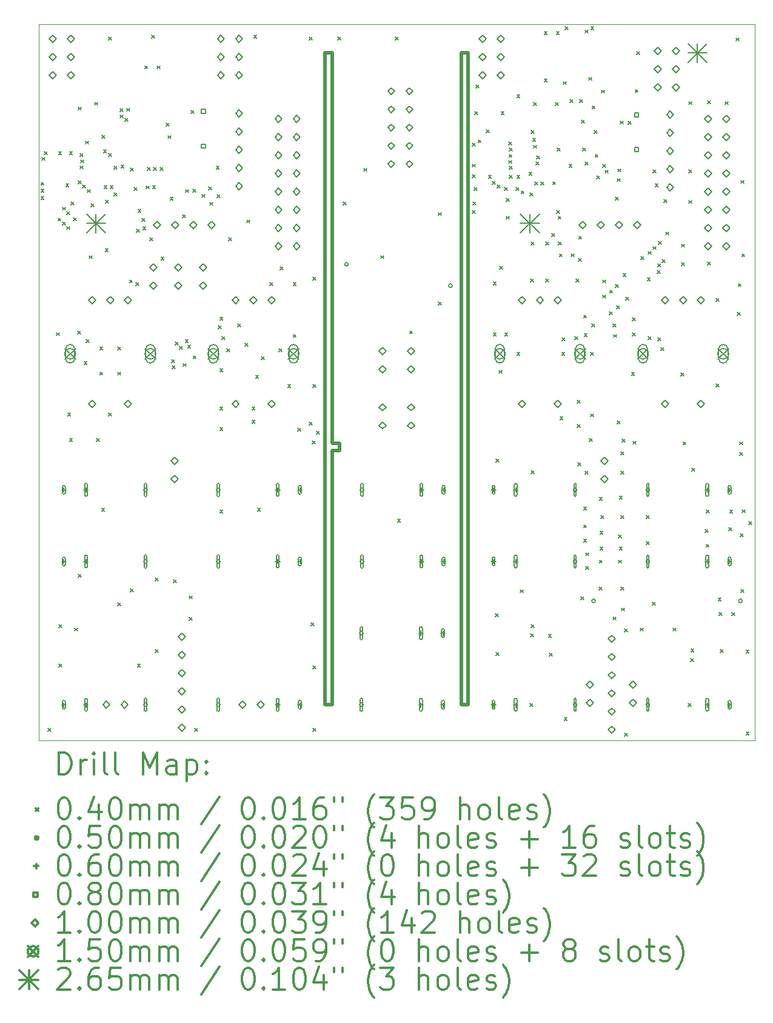
<source format=gbr>
%FSLAX45Y45*%
G04 Gerber Fmt 4.5, Leading zero omitted, Abs format (unit mm)*
G04 Created by KiCad (PCBNEW (5.1.9)-1) date 2021-05-20 23:10:11*
%MOMM*%
%LPD*%
G01*
G04 APERTURE LIST*
%TA.AperFunction,Profile*%
%ADD10C,0.500000*%
%TD*%
%TA.AperFunction,Profile*%
%ADD11C,0.050000*%
%TD*%
%ADD12C,0.200000*%
%ADD13C,0.300000*%
G04 APERTURE END LIST*
D10*
X14100000Y-14500000D02*
X14100000Y-10950000D01*
X14200000Y-10850000D02*
X14200000Y-10950000D01*
X14100000Y-10950000D02*
X14200000Y-10950000D01*
X14100000Y-10850000D02*
X14200000Y-10850000D01*
X14000000Y-14500000D02*
X14100000Y-14500000D01*
X14000000Y-5400000D02*
X14000000Y-14500000D01*
X14100000Y-5400000D02*
X14000000Y-5400000D01*
X14100000Y-10850000D02*
X14100000Y-5400000D01*
X15900000Y-14500000D02*
X16000000Y-14500000D01*
X15900000Y-5400000D02*
X15900000Y-14500000D01*
X16000000Y-5400000D02*
X15900000Y-5400000D01*
X16000000Y-14500000D02*
X16000000Y-5400000D01*
D11*
X20000000Y-5000000D02*
X10000000Y-5000000D01*
X20000000Y-15000000D02*
X10000000Y-15000000D01*
X10000000Y-15000000D02*
X10000000Y-5000000D01*
X20000000Y-15000000D02*
X20000000Y-5000000D01*
D12*
X10032500Y-7205000D02*
X10072500Y-7245000D01*
X10072500Y-7205000D02*
X10032500Y-7245000D01*
X10032503Y-7405000D02*
X10072503Y-7445000D01*
X10072503Y-7405000D02*
X10032503Y-7445000D01*
X10032504Y-7305000D02*
X10072504Y-7345000D01*
X10072504Y-7305000D02*
X10032504Y-7345000D01*
X10047500Y-6859805D02*
X10087500Y-6899805D01*
X10087500Y-6859805D02*
X10047500Y-6899805D01*
X10082499Y-6780000D02*
X10122499Y-6820000D01*
X10122499Y-6780000D02*
X10082499Y-6820000D01*
X10130000Y-14830000D02*
X10170000Y-14870000D01*
X10170000Y-14830000D02*
X10130000Y-14870000D01*
X10247499Y-9305000D02*
X10287499Y-9345000D01*
X10287499Y-9305000D02*
X10247499Y-9345000D01*
X10270006Y-7705000D02*
X10310006Y-7745000D01*
X10310006Y-7705000D02*
X10270006Y-7745000D01*
X10277499Y-6780000D02*
X10317499Y-6820000D01*
X10317499Y-6780000D02*
X10277499Y-6820000D01*
X10280000Y-13380000D02*
X10320000Y-13420000D01*
X10320000Y-13380000D02*
X10280000Y-13420000D01*
X10280000Y-13930000D02*
X10320000Y-13970000D01*
X10320000Y-13930000D02*
X10280000Y-13970000D01*
X10332042Y-7763108D02*
X10372042Y-7803108D01*
X10372042Y-7763108D02*
X10332042Y-7803108D01*
X10335007Y-7551967D02*
X10375007Y-7591967D01*
X10375007Y-7551967D02*
X10335007Y-7591967D01*
X10380000Y-7230000D02*
X10420000Y-7270000D01*
X10420000Y-7230000D02*
X10380000Y-7270000D01*
X10392146Y-7823212D02*
X10432146Y-7863212D01*
X10432146Y-7823212D02*
X10392146Y-7863212D01*
X10395533Y-7614467D02*
X10435533Y-7654467D01*
X10435533Y-7614467D02*
X10395533Y-7654467D01*
X10405000Y-10430000D02*
X10445000Y-10470000D01*
X10445000Y-10430000D02*
X10405000Y-10470000D01*
X10430000Y-6780000D02*
X10470000Y-6820000D01*
X10470000Y-6780000D02*
X10430000Y-6820000D01*
X10430000Y-10780000D02*
X10470000Y-10820000D01*
X10470000Y-10780000D02*
X10430000Y-10820000D01*
X10455000Y-7480000D02*
X10495000Y-7520000D01*
X10495000Y-7480000D02*
X10455000Y-7520000D01*
X10483033Y-7701967D02*
X10523033Y-7741967D01*
X10523033Y-7701967D02*
X10483033Y-7741967D01*
X10505000Y-13430000D02*
X10545000Y-13470000D01*
X10545000Y-13430000D02*
X10505000Y-13470000D01*
X10547909Y-9287091D02*
X10587909Y-9327091D01*
X10587909Y-9287091D02*
X10547909Y-9327091D01*
X10552973Y-7182027D02*
X10592973Y-7222027D01*
X10592973Y-7182027D02*
X10552973Y-7222027D01*
X10555000Y-6155000D02*
X10595000Y-6195000D01*
X10595000Y-6155000D02*
X10555000Y-6195000D01*
X10555000Y-12680000D02*
X10595000Y-12720000D01*
X10595000Y-12680000D02*
X10555000Y-12720000D01*
X10579396Y-6976298D02*
X10619396Y-7016298D01*
X10619396Y-6976298D02*
X10579396Y-7016298D01*
X10580000Y-6805000D02*
X10620000Y-6845000D01*
X10620000Y-6805000D02*
X10580000Y-6845000D01*
X10585275Y-6891500D02*
X10625275Y-6931500D01*
X10625275Y-6891500D02*
X10585275Y-6931500D01*
X10614517Y-7243570D02*
X10654517Y-7283570D01*
X10654517Y-7243570D02*
X10614517Y-7283570D01*
X10635004Y-9705000D02*
X10675004Y-9745000D01*
X10675004Y-9705000D02*
X10635004Y-9745000D01*
X10655000Y-6630000D02*
X10695000Y-6670000D01*
X10695000Y-6630000D02*
X10655000Y-6670000D01*
X10663442Y-9402624D02*
X10703442Y-9442624D01*
X10703442Y-9402624D02*
X10663442Y-9442624D01*
X10677973Y-7307027D02*
X10717973Y-7347027D01*
X10717973Y-7307027D02*
X10677973Y-7347027D01*
X10705000Y-8230000D02*
X10745000Y-8270000D01*
X10745000Y-8230000D02*
X10705000Y-8270000D01*
X10730000Y-7505000D02*
X10770000Y-7545000D01*
X10770000Y-7505000D02*
X10730000Y-7545000D01*
X10780000Y-6087501D02*
X10820000Y-6127501D01*
X10820000Y-6087501D02*
X10780000Y-6127501D01*
X10805000Y-10780000D02*
X10845000Y-10820000D01*
X10845000Y-10780000D02*
X10805000Y-10820000D01*
X10855000Y-9505000D02*
X10895000Y-9545000D01*
X10895000Y-9505000D02*
X10855000Y-9545000D01*
X10855000Y-9855000D02*
X10895000Y-9895000D01*
X10895000Y-9855000D02*
X10855000Y-9895000D01*
X10880000Y-11755000D02*
X10920000Y-11795000D01*
X10920000Y-11755000D02*
X10880000Y-11795000D01*
X10885548Y-6552500D02*
X10925548Y-6592500D01*
X10925548Y-6552500D02*
X10885548Y-6592500D01*
X10905439Y-6754756D02*
X10945439Y-6794756D01*
X10945439Y-6754756D02*
X10905439Y-6794756D01*
X10912498Y-7255000D02*
X10952498Y-7295000D01*
X10952498Y-7255000D02*
X10912498Y-7295000D01*
X10930000Y-8130000D02*
X10970000Y-8170000D01*
X10970000Y-8130000D02*
X10930000Y-8170000D01*
X10933736Y-7456724D02*
X10973736Y-7496724D01*
X10973736Y-7456724D02*
X10933736Y-7496724D01*
X10974000Y-6805000D02*
X11014000Y-6845000D01*
X11014000Y-6805000D02*
X10974000Y-6845000D01*
X10980000Y-5180000D02*
X11020000Y-5220000D01*
X11020000Y-5180000D02*
X10980000Y-5220000D01*
X10980000Y-10430000D02*
X11020000Y-10470000D01*
X11020000Y-10430000D02*
X10980000Y-10470000D01*
X10997499Y-7255000D02*
X11037499Y-7295000D01*
X11037499Y-7255000D02*
X10997499Y-7295000D01*
X11054000Y-7355000D02*
X11094000Y-7395000D01*
X11094000Y-7355000D02*
X11054000Y-7395000D01*
X11055000Y-6980000D02*
X11095000Y-7020000D01*
X11095000Y-6980000D02*
X11055000Y-7020000D01*
X11105000Y-9505000D02*
X11145000Y-9545000D01*
X11145000Y-9505000D02*
X11105000Y-9545000D01*
X11105000Y-9855000D02*
X11145000Y-9895000D01*
X11145000Y-9855000D02*
X11105000Y-9895000D01*
X11105000Y-13080000D02*
X11145000Y-13120000D01*
X11145000Y-13080000D02*
X11105000Y-13120000D01*
X11137500Y-6265000D02*
X11177500Y-6305000D01*
X11177500Y-6265000D02*
X11137500Y-6305000D01*
X11137501Y-6180000D02*
X11177501Y-6220000D01*
X11177501Y-6180000D02*
X11137501Y-6220000D01*
X11149418Y-6966900D02*
X11189417Y-7006900D01*
X11189417Y-6966900D02*
X11149418Y-7006900D01*
X11207255Y-6313572D02*
X11247255Y-6353572D01*
X11247255Y-6313572D02*
X11207255Y-6353572D01*
X11229409Y-6173092D02*
X11269409Y-6213092D01*
X11269409Y-6173092D02*
X11229409Y-6213092D01*
X11269230Y-8569231D02*
X11309230Y-8609231D01*
X11309230Y-8569231D02*
X11269230Y-8609231D01*
X11280000Y-7005000D02*
X11320000Y-7045000D01*
X11320000Y-7005000D02*
X11280000Y-7045000D01*
X11280000Y-12880000D02*
X11320000Y-12920000D01*
X11320000Y-12880000D02*
X11280000Y-12920000D01*
X11330001Y-7280000D02*
X11370001Y-7320000D01*
X11370001Y-7280000D02*
X11330001Y-7320000D01*
X11355000Y-8605000D02*
X11395000Y-8645000D01*
X11395000Y-8605000D02*
X11355000Y-8645000D01*
X11369408Y-7861908D02*
X11409408Y-7901908D01*
X11409408Y-7861908D02*
X11369408Y-7901908D01*
X11380000Y-13930000D02*
X11420000Y-13970000D01*
X11420000Y-13930000D02*
X11380000Y-13970000D01*
X11387499Y-7580000D02*
X11427499Y-7620000D01*
X11427499Y-7580000D02*
X11387499Y-7620000D01*
X11440659Y-7709340D02*
X11480659Y-7749340D01*
X11480659Y-7709340D02*
X11440659Y-7749340D01*
X11455000Y-7830000D02*
X11495000Y-7870000D01*
X11495000Y-7830000D02*
X11455000Y-7870000D01*
X11480000Y-5580000D02*
X11520000Y-5620000D01*
X11520000Y-5580000D02*
X11480000Y-5620000D01*
X11502443Y-7257764D02*
X11542443Y-7297764D01*
X11542443Y-7257764D02*
X11502443Y-7297764D01*
X11520000Y-6997497D02*
X11560000Y-7037497D01*
X11560000Y-6997497D02*
X11520000Y-7037497D01*
X11555000Y-7980000D02*
X11595000Y-8020000D01*
X11595000Y-7980000D02*
X11555000Y-8020000D01*
X11580000Y-5155000D02*
X11620000Y-5195000D01*
X11620000Y-5155000D02*
X11580000Y-5195000D01*
X11589874Y-7250356D02*
X11629874Y-7290356D01*
X11629874Y-7250356D02*
X11589874Y-7290356D01*
X11605000Y-6997500D02*
X11645000Y-7037500D01*
X11645000Y-6997500D02*
X11605000Y-7037500D01*
X11630000Y-12730000D02*
X11670000Y-12770000D01*
X11670000Y-12730000D02*
X11630000Y-12770000D01*
X11630000Y-13730000D02*
X11670000Y-13770000D01*
X11670000Y-13730000D02*
X11630000Y-13770000D01*
X11655000Y-5580000D02*
X11695000Y-5620000D01*
X11695000Y-5580000D02*
X11655000Y-5620000D01*
X11698177Y-6997500D02*
X11738177Y-7037500D01*
X11738177Y-6997500D02*
X11698177Y-7037500D01*
X11710000Y-8250000D02*
X11750000Y-8290000D01*
X11750000Y-8250000D02*
X11710000Y-8290000D01*
X11780000Y-6380000D02*
X11820000Y-6420000D01*
X11820000Y-6380000D02*
X11780000Y-6420000D01*
X11805000Y-6555000D02*
X11845000Y-6595000D01*
X11845000Y-6555000D02*
X11805000Y-6595000D01*
X11835787Y-7412162D02*
X11875787Y-7452162D01*
X11875787Y-7412162D02*
X11835787Y-7452162D01*
X11854540Y-9680460D02*
X11894540Y-9720460D01*
X11894540Y-9680460D02*
X11854540Y-9720460D01*
X11866500Y-9766414D02*
X11906500Y-9806414D01*
X11906500Y-9766414D02*
X11866500Y-9806414D01*
X11880000Y-12755000D02*
X11920000Y-12795000D01*
X11920000Y-12755000D02*
X11880000Y-12795000D01*
X11905429Y-9434363D02*
X11945429Y-9474363D01*
X11945429Y-9434363D02*
X11905429Y-9474363D01*
X11965533Y-9494467D02*
X12005533Y-9534467D01*
X12005533Y-9494467D02*
X11965533Y-9534467D01*
X12010000Y-7660000D02*
X12050000Y-7700000D01*
X12050000Y-7660000D02*
X12010000Y-7700000D01*
X12016500Y-9736354D02*
X12056500Y-9776354D01*
X12056500Y-9736354D02*
X12016500Y-9776354D01*
X12049000Y-9402207D02*
X12089000Y-9442207D01*
X12089000Y-9402207D02*
X12049000Y-9442207D01*
X12052341Y-7307659D02*
X12092341Y-7347659D01*
X12092341Y-7307659D02*
X12052341Y-7347659D01*
X12080967Y-9480967D02*
X12120967Y-9520967D01*
X12120967Y-9480967D02*
X12080967Y-9520967D01*
X12105000Y-12980000D02*
X12145000Y-13020000D01*
X12145000Y-12980000D02*
X12105000Y-13020000D01*
X12105000Y-13280000D02*
X12145000Y-13320000D01*
X12145000Y-13280000D02*
X12105000Y-13320000D01*
X12130000Y-6200000D02*
X12170000Y-6240000D01*
X12170000Y-6200000D02*
X12130000Y-6240000D01*
X12155000Y-7305000D02*
X12195000Y-7345000D01*
X12195000Y-7305000D02*
X12155000Y-7345000D01*
X12159216Y-9627528D02*
X12199216Y-9667528D01*
X12199216Y-9627528D02*
X12159216Y-9667528D01*
X12180000Y-14830000D02*
X12220000Y-14870000D01*
X12220000Y-14830000D02*
X12180000Y-14870000D01*
X12280533Y-7374467D02*
X12320533Y-7414467D01*
X12320533Y-7374467D02*
X12280533Y-7414467D01*
X12371918Y-7271014D02*
X12411918Y-7311014D01*
X12411918Y-7271014D02*
X12371918Y-7311014D01*
X12388179Y-7485860D02*
X12428179Y-7525860D01*
X12428179Y-7485860D02*
X12388179Y-7525860D01*
X12480000Y-6980000D02*
X12520000Y-7020000D01*
X12520000Y-6980000D02*
X12480000Y-7020000D01*
X12490000Y-7380000D02*
X12530000Y-7420000D01*
X12530000Y-7380000D02*
X12490000Y-7420000D01*
X12510000Y-9210000D02*
X12550000Y-9250000D01*
X12550000Y-9210000D02*
X12510000Y-9250000D01*
X12530000Y-9090000D02*
X12570000Y-9130000D01*
X12570000Y-9090000D02*
X12530000Y-9130000D01*
X12530000Y-9810000D02*
X12570000Y-9850000D01*
X12570000Y-9810000D02*
X12530000Y-9850000D01*
X12530000Y-10340000D02*
X12570000Y-10380000D01*
X12570000Y-10340000D02*
X12530000Y-10380000D01*
X12530000Y-10630000D02*
X12570000Y-10670000D01*
X12570000Y-10630000D02*
X12530000Y-10670000D01*
X12530000Y-11780000D02*
X12570000Y-11820000D01*
X12570000Y-11780000D02*
X12530000Y-11820000D01*
X12560000Y-9360000D02*
X12600000Y-9400000D01*
X12600000Y-9360000D02*
X12560000Y-9400000D01*
X12630000Y-9530000D02*
X12670000Y-9570000D01*
X12670000Y-9530000D02*
X12630000Y-9570000D01*
X12655000Y-7980000D02*
X12695000Y-8020000D01*
X12695000Y-7980000D02*
X12655000Y-8020000D01*
X12780000Y-9180000D02*
X12820000Y-9220000D01*
X12820000Y-9180000D02*
X12780000Y-9220000D01*
X12880000Y-9455001D02*
X12920000Y-9495001D01*
X12920000Y-9455001D02*
X12880000Y-9495001D01*
X12905000Y-7730000D02*
X12945000Y-7770000D01*
X12945000Y-7730000D02*
X12905000Y-7770000D01*
X12980000Y-10340000D02*
X13020000Y-10380000D01*
X13020000Y-10340000D02*
X12980000Y-10380000D01*
X12980000Y-10530000D02*
X13020000Y-10570000D01*
X13020000Y-10530000D02*
X12980000Y-10570000D01*
X13005000Y-5155000D02*
X13045000Y-5195000D01*
X13045000Y-5155000D02*
X13005000Y-5195000D01*
X13030000Y-9900000D02*
X13070000Y-9940000D01*
X13070000Y-9900000D02*
X13030000Y-9940000D01*
X13055000Y-11755000D02*
X13095000Y-11795000D01*
X13095000Y-11755000D02*
X13055000Y-11795000D01*
X13110000Y-9640000D02*
X13150000Y-9680000D01*
X13150000Y-9640000D02*
X13110000Y-9680000D01*
X13230000Y-8605000D02*
X13270000Y-8645000D01*
X13270000Y-8605000D02*
X13230000Y-8645000D01*
X13355000Y-9530000D02*
X13395000Y-9570000D01*
X13395000Y-9530000D02*
X13355000Y-9570000D01*
X13372192Y-8387808D02*
X13412192Y-8427808D01*
X13412192Y-8387808D02*
X13372192Y-8427808D01*
X13480000Y-10030000D02*
X13520000Y-10070000D01*
X13520000Y-10030000D02*
X13480000Y-10070000D01*
X13555000Y-8605000D02*
X13595000Y-8645000D01*
X13595000Y-8605000D02*
X13555000Y-8645000D01*
X13555000Y-9330000D02*
X13595000Y-9370000D01*
X13595000Y-9330000D02*
X13555000Y-9370000D01*
X13620000Y-10640000D02*
X13660000Y-10680000D01*
X13660000Y-10640000D02*
X13620000Y-10680000D01*
X13780000Y-5180000D02*
X13820000Y-5220000D01*
X13820000Y-5180000D02*
X13780000Y-5220000D01*
X13780000Y-10555000D02*
X13820000Y-10595000D01*
X13820000Y-10555000D02*
X13780000Y-10595000D01*
X13805000Y-13355000D02*
X13845000Y-13395000D01*
X13845000Y-13355000D02*
X13805000Y-13395000D01*
X13819770Y-10815230D02*
X13859770Y-10855230D01*
X13859770Y-10815230D02*
X13819770Y-10855230D01*
X13830000Y-8530000D02*
X13870000Y-8570000D01*
X13870000Y-8530000D02*
X13830000Y-8570000D01*
X13830000Y-10030000D02*
X13870000Y-10070000D01*
X13870000Y-10030000D02*
X13830000Y-10070000D01*
X13830000Y-13955000D02*
X13870000Y-13995000D01*
X13870000Y-13955000D02*
X13830000Y-13995000D01*
X13830000Y-14830000D02*
X13870000Y-14870000D01*
X13870000Y-14830000D02*
X13830000Y-14870000D01*
X13880000Y-10680000D02*
X13920000Y-10720000D01*
X13920000Y-10680000D02*
X13880000Y-10720000D01*
X14180000Y-5180000D02*
X14220000Y-5220000D01*
X14220000Y-5180000D02*
X14180000Y-5220000D01*
X14255000Y-7480000D02*
X14295000Y-7520000D01*
X14295000Y-7480000D02*
X14255000Y-7520000D01*
X14544069Y-7010000D02*
X14584069Y-7050000D01*
X14584069Y-7010000D02*
X14544069Y-7050000D01*
X14780000Y-8230000D02*
X14820000Y-8270000D01*
X14820000Y-8230000D02*
X14780000Y-8270000D01*
X14980000Y-5180000D02*
X15020000Y-5220000D01*
X15020000Y-5180000D02*
X14980000Y-5220000D01*
X15012240Y-11910504D02*
X15052240Y-11950504D01*
X15052240Y-11910504D02*
X15012240Y-11950504D01*
X15180000Y-9280000D02*
X15220000Y-9320000D01*
X15220000Y-9280000D02*
X15180000Y-9320000D01*
X15580000Y-7630000D02*
X15620000Y-7670000D01*
X15620000Y-7630000D02*
X15580000Y-7670000D01*
X15580000Y-8880000D02*
X15620000Y-8920000D01*
X15620000Y-8880000D02*
X15580000Y-8920000D01*
X16055000Y-6952514D02*
X16095000Y-6992514D01*
X16095000Y-6952514D02*
X16055000Y-6992514D01*
X16055000Y-7099408D02*
X16095000Y-7139408D01*
X16095000Y-7099408D02*
X16055000Y-7139408D01*
X16055000Y-6659999D02*
X16095000Y-6699999D01*
X16095000Y-6659999D02*
X16055000Y-6699999D01*
X16055003Y-7600000D02*
X16095003Y-7640000D01*
X16095003Y-7600000D02*
X16055003Y-7640000D01*
X16062500Y-7480000D02*
X16102500Y-7520000D01*
X16102500Y-7480000D02*
X16062500Y-7520000D01*
X16080000Y-7280000D02*
X16120000Y-7320000D01*
X16120000Y-7280000D02*
X16080000Y-7320000D01*
X16092500Y-6217500D02*
X16132500Y-6257500D01*
X16132500Y-6217500D02*
X16092500Y-6257500D01*
X16110000Y-5850000D02*
X16150000Y-5890000D01*
X16150000Y-5850000D02*
X16110000Y-5890000D01*
X16136995Y-6612408D02*
X16176995Y-6652408D01*
X16176995Y-6612408D02*
X16136995Y-6652408D01*
X16250000Y-6475000D02*
X16290000Y-6515000D01*
X16290000Y-6475000D02*
X16250000Y-6515000D01*
X16281051Y-7108326D02*
X16321051Y-7148326D01*
X16321051Y-7108326D02*
X16281051Y-7148326D01*
X16334204Y-7195820D02*
X16374204Y-7235820D01*
X16374204Y-7195820D02*
X16334204Y-7235820D01*
X16350000Y-8600000D02*
X16390000Y-8640000D01*
X16390000Y-8600000D02*
X16350000Y-8640000D01*
X16350000Y-9310000D02*
X16390000Y-9350000D01*
X16390000Y-9310000D02*
X16350000Y-9350000D01*
X16380000Y-13230000D02*
X16420000Y-13270000D01*
X16420000Y-13230000D02*
X16380000Y-13270000D01*
X16390000Y-11070000D02*
X16430000Y-11110000D01*
X16430000Y-11070000D02*
X16390000Y-11110000D01*
X16390000Y-13770000D02*
X16430000Y-13810000D01*
X16430000Y-13770000D02*
X16390000Y-13810000D01*
X16403160Y-7245521D02*
X16443160Y-7285521D01*
X16443160Y-7245521D02*
X16403160Y-7285521D01*
X16430000Y-9830000D02*
X16470000Y-9870000D01*
X16470000Y-9830000D02*
X16430000Y-9870000D01*
X16440000Y-8380000D02*
X16480000Y-8420000D01*
X16480000Y-8380000D02*
X16440000Y-8420000D01*
X16460000Y-6220000D02*
X16500000Y-6260000D01*
X16500000Y-6220000D02*
X16460000Y-6260000D01*
X16502941Y-7275244D02*
X16542941Y-7315244D01*
X16542941Y-7275244D02*
X16502941Y-7315244D01*
X16510000Y-9310000D02*
X16550000Y-9350000D01*
X16550000Y-9310000D02*
X16510000Y-9350000D01*
X16530000Y-7430000D02*
X16570000Y-7470000D01*
X16570000Y-7430000D02*
X16530000Y-7470000D01*
X16530000Y-7680000D02*
X16570000Y-7720000D01*
X16570000Y-7680000D02*
X16530000Y-7720000D01*
X16563899Y-6899983D02*
X16603899Y-6939983D01*
X16603899Y-6899983D02*
X16563899Y-6939983D01*
X16565200Y-6645701D02*
X16605200Y-6685701D01*
X16605200Y-6645701D02*
X16565200Y-6685701D01*
X16570348Y-6815226D02*
X16610348Y-6855226D01*
X16610348Y-6815226D02*
X16570348Y-6855226D01*
X16573592Y-6730287D02*
X16613592Y-6770287D01*
X16613592Y-6730287D02*
X16573592Y-6770287D01*
X16574341Y-6984340D02*
X16614341Y-7024340D01*
X16614341Y-6984340D02*
X16574341Y-7024340D01*
X16575476Y-7109999D02*
X16615476Y-7149999D01*
X16615476Y-7109999D02*
X16575476Y-7149999D01*
X16665032Y-7280001D02*
X16705032Y-7320001D01*
X16705032Y-7280001D02*
X16665032Y-7320001D01*
X16680000Y-5980000D02*
X16720000Y-6020000D01*
X16720000Y-5980000D02*
X16680000Y-6020000D01*
X16680000Y-7109999D02*
X16720000Y-7149999D01*
X16720000Y-7109999D02*
X16680000Y-7149999D01*
X16680000Y-9580000D02*
X16720000Y-9620000D01*
X16720000Y-9580000D02*
X16680000Y-9620000D01*
X16725000Y-12895000D02*
X16765000Y-12935000D01*
X16765000Y-12895000D02*
X16725000Y-12935000D01*
X16738198Y-7323264D02*
X16778199Y-7363264D01*
X16778199Y-7323264D02*
X16738198Y-7363264D01*
X16848768Y-7067486D02*
X16888768Y-7107486D01*
X16888768Y-7067486D02*
X16848768Y-7107486D01*
X16860000Y-7352500D02*
X16900000Y-7392500D01*
X16900000Y-7352500D02*
X16860000Y-7392500D01*
X16860000Y-14480000D02*
X16900000Y-14520000D01*
X16900000Y-14480000D02*
X16860000Y-14520000D01*
X16870000Y-8555000D02*
X16910000Y-8595000D01*
X16910000Y-8555000D02*
X16870000Y-8595000D01*
X16870000Y-13510000D02*
X16910000Y-13550000D01*
X16910000Y-13510000D02*
X16870000Y-13550000D01*
X16880000Y-6480000D02*
X16920000Y-6520000D01*
X16920000Y-6480000D02*
X16880000Y-6520000D01*
X16880000Y-8040000D02*
X16920000Y-8080000D01*
X16920000Y-8040000D02*
X16880000Y-8080000D01*
X16880000Y-11230000D02*
X16920000Y-11270000D01*
X16920000Y-11230000D02*
X16880000Y-11270000D01*
X16880000Y-13380000D02*
X16920000Y-13420000D01*
X16920000Y-13380000D02*
X16880000Y-13420000D01*
X16900000Y-6590000D02*
X16940000Y-6630000D01*
X16940000Y-6590000D02*
X16900000Y-6630000D01*
X16910000Y-6090000D02*
X16950000Y-6130000D01*
X16950000Y-6090000D02*
X16910000Y-6130000D01*
X16910000Y-6690001D02*
X16950000Y-6730001D01*
X16950000Y-6690001D02*
X16910000Y-6730001D01*
X16930000Y-7202500D02*
X16970000Y-7242500D01*
X16970000Y-7202500D02*
X16930000Y-7242500D01*
X16945002Y-6924999D02*
X16985002Y-6964999D01*
X16985002Y-6924999D02*
X16945002Y-6964999D01*
X16953683Y-6840442D02*
X16993683Y-6880442D01*
X16993683Y-6840442D02*
X16953683Y-6880442D01*
X17014959Y-7199845D02*
X17054959Y-7239845D01*
X17054959Y-7199845D02*
X17014959Y-7239845D01*
X17060000Y-5100000D02*
X17100000Y-5140000D01*
X17100000Y-5100000D02*
X17060000Y-5140000D01*
X17060000Y-5760000D02*
X17100000Y-5800000D01*
X17100000Y-5760000D02*
X17060000Y-5800000D01*
X17080000Y-8040000D02*
X17120000Y-8080000D01*
X17120000Y-8040000D02*
X17080000Y-8080000D01*
X17080000Y-8555000D02*
X17120000Y-8595000D01*
X17120000Y-8555000D02*
X17080000Y-8595000D01*
X17120000Y-13520000D02*
X17160000Y-13560000D01*
X17160000Y-13520000D02*
X17120000Y-13560000D01*
X17130000Y-13780000D02*
X17170000Y-13820000D01*
X17170000Y-13780000D02*
X17130000Y-13820000D01*
X17164414Y-7920586D02*
X17204414Y-7960586D01*
X17204414Y-7920586D02*
X17164414Y-7960586D01*
X17180000Y-7197500D02*
X17220000Y-7237500D01*
X17220000Y-7197500D02*
X17180000Y-7237500D01*
X17220000Y-6090000D02*
X17260000Y-6130000D01*
X17260000Y-6090000D02*
X17220000Y-6130000D01*
X17230000Y-5100000D02*
X17270000Y-5140000D01*
X17270000Y-5100000D02*
X17230000Y-5140000D01*
X17232617Y-7597099D02*
X17272617Y-7637099D01*
X17272617Y-7597099D02*
X17232617Y-7637099D01*
X17240000Y-6730000D02*
X17280000Y-6770000D01*
X17280000Y-6730000D02*
X17240000Y-6770000D01*
X17255000Y-7679099D02*
X17295000Y-7719099D01*
X17295000Y-7679099D02*
X17255000Y-7719099D01*
X17260000Y-8040000D02*
X17300000Y-8080000D01*
X17300000Y-8040000D02*
X17260000Y-8080000D01*
X17272500Y-8205000D02*
X17312500Y-8245000D01*
X17312500Y-8205000D02*
X17272500Y-8245000D01*
X17280000Y-10480000D02*
X17320000Y-10520000D01*
X17320000Y-10480000D02*
X17280000Y-10520000D01*
X17305000Y-9580000D02*
X17345000Y-9620000D01*
X17345000Y-9580000D02*
X17305000Y-9620000D01*
X17310001Y-9380000D02*
X17350001Y-9420000D01*
X17350001Y-9380000D02*
X17310001Y-9420000D01*
X17330000Y-5800000D02*
X17370000Y-5840000D01*
X17370000Y-5800000D02*
X17330000Y-5840000D01*
X17340000Y-14680000D02*
X17380000Y-14720000D01*
X17380000Y-14680000D02*
X17340000Y-14720000D01*
X17350000Y-5032500D02*
X17390000Y-5072500D01*
X17390000Y-5032500D02*
X17350000Y-5072500D01*
X17408190Y-6953657D02*
X17448190Y-6993657D01*
X17448190Y-6953657D02*
X17408190Y-6993657D01*
X17422500Y-6050000D02*
X17462500Y-6090000D01*
X17462500Y-6050000D02*
X17422500Y-6090000D01*
X17435001Y-8205000D02*
X17475001Y-8245000D01*
X17475001Y-8205000D02*
X17435001Y-8245000D01*
X17485000Y-9360000D02*
X17525000Y-9400000D01*
X17525000Y-9360000D02*
X17485000Y-9400000D01*
X17505000Y-8555000D02*
X17545000Y-8595000D01*
X17545000Y-8555000D02*
X17505000Y-8595000D01*
X17520000Y-10250000D02*
X17560000Y-10290000D01*
X17560000Y-10250000D02*
X17520000Y-10290000D01*
X17520000Y-10590000D02*
X17560000Y-10630000D01*
X17560000Y-10590000D02*
X17520000Y-10630000D01*
X17530000Y-11120000D02*
X17570000Y-11160000D01*
X17570000Y-11120000D02*
X17530000Y-11160000D01*
X17540000Y-8270000D02*
X17580000Y-8310000D01*
X17580000Y-8270000D02*
X17540000Y-8310000D01*
X17544000Y-7960000D02*
X17584000Y-8000000D01*
X17584000Y-7960000D02*
X17544000Y-8000000D01*
X17557500Y-6050000D02*
X17597500Y-6090000D01*
X17597500Y-6050000D02*
X17557500Y-6090000D01*
X17570000Y-12990000D02*
X17610000Y-13030000D01*
X17610000Y-12990000D02*
X17570000Y-13030000D01*
X17580000Y-6340000D02*
X17620000Y-6380000D01*
X17620000Y-6340000D02*
X17580000Y-6380000D01*
X17600000Y-6730000D02*
X17640000Y-6770000D01*
X17640000Y-6730000D02*
X17600000Y-6770000D01*
X17610000Y-9060000D02*
X17650000Y-9100000D01*
X17650000Y-9060000D02*
X17610000Y-9100000D01*
X17610000Y-11740000D02*
X17650000Y-11780000D01*
X17650000Y-11740000D02*
X17610000Y-11780000D01*
X17610000Y-11990000D02*
X17650000Y-12030000D01*
X17650000Y-11990000D02*
X17610000Y-12030000D01*
X17610000Y-12190000D02*
X17650000Y-12230000D01*
X17650000Y-12190000D02*
X17610000Y-12230000D01*
X17620000Y-9320000D02*
X17660000Y-9360000D01*
X17660000Y-9320000D02*
X17620000Y-9360000D01*
X17630000Y-5080000D02*
X17670000Y-5120000D01*
X17670000Y-5080000D02*
X17630000Y-5120000D01*
X17630000Y-6925000D02*
X17670000Y-6965000D01*
X17670000Y-6925000D02*
X17630000Y-6965000D01*
X17630000Y-11240000D02*
X17670000Y-11280000D01*
X17670000Y-11240000D02*
X17630000Y-11280000D01*
X17640000Y-12380000D02*
X17680000Y-12420000D01*
X17680000Y-12380000D02*
X17640000Y-12420000D01*
X17640000Y-12570000D02*
X17680000Y-12610000D01*
X17680000Y-12570000D02*
X17640000Y-12610000D01*
X17680000Y-5740000D02*
X17720000Y-5780000D01*
X17720000Y-5740000D02*
X17680000Y-5780000D01*
X17690000Y-10780000D02*
X17730000Y-10820000D01*
X17730000Y-10780000D02*
X17690000Y-10820000D01*
X17705000Y-9580000D02*
X17745000Y-9620000D01*
X17745000Y-9580000D02*
X17705000Y-9620000D01*
X17710000Y-10440000D02*
X17750000Y-10480000D01*
X17750000Y-10440000D02*
X17710000Y-10480000D01*
X17712273Y-5032500D02*
X17752273Y-5072500D01*
X17752273Y-5032500D02*
X17712273Y-5072500D01*
X17725000Y-9180000D02*
X17765000Y-9220000D01*
X17765000Y-9180000D02*
X17725000Y-9220000D01*
X17730000Y-6140000D02*
X17770000Y-6180000D01*
X17770000Y-6140000D02*
X17730000Y-6180000D01*
X17760000Y-6480000D02*
X17800000Y-6520000D01*
X17800000Y-6480000D02*
X17760000Y-6520000D01*
X17771893Y-6815575D02*
X17811893Y-6855575D01*
X17811893Y-6815575D02*
X17771893Y-6855575D01*
X17791863Y-7118137D02*
X17831863Y-7158137D01*
X17831863Y-7118137D02*
X17791863Y-7158137D01*
X17824999Y-12860000D02*
X17864999Y-12900000D01*
X17864999Y-12860000D02*
X17824999Y-12900000D01*
X17830000Y-11605000D02*
X17870000Y-11645000D01*
X17870000Y-11605000D02*
X17830000Y-11645000D01*
X17830000Y-12480000D02*
X17870000Y-12520000D01*
X17870000Y-12480000D02*
X17830000Y-12520000D01*
X17840000Y-12300000D02*
X17880000Y-12340000D01*
X17880000Y-12300000D02*
X17840000Y-12340000D01*
X17840000Y-12080000D02*
X17880000Y-12120000D01*
X17880000Y-12080000D02*
X17840000Y-12120000D01*
X17850000Y-11860000D02*
X17890000Y-11900000D01*
X17890000Y-11860000D02*
X17850000Y-11900000D01*
X17860000Y-5920000D02*
X17900000Y-5960000D01*
X17900000Y-5920000D02*
X17860000Y-5960000D01*
X17880000Y-6957502D02*
X17920000Y-6997502D01*
X17920000Y-6957502D02*
X17880000Y-6997502D01*
X17880000Y-8570000D02*
X17920000Y-8610000D01*
X17920000Y-8570000D02*
X17880000Y-8610000D01*
X17880000Y-8780000D02*
X17920000Y-8820000D01*
X17920000Y-8780000D02*
X17880000Y-8820000D01*
X17914135Y-7035347D02*
X17954135Y-7075347D01*
X17954135Y-7035347D02*
X17914135Y-7075347D01*
X17968791Y-9016276D02*
X18008791Y-9056276D01*
X18008791Y-9016276D02*
X17968791Y-9056276D01*
X17974039Y-8714039D02*
X18014039Y-8754039D01*
X18014039Y-8714039D02*
X17974039Y-8754039D01*
X18020000Y-9180000D02*
X18060000Y-9220000D01*
X18060000Y-9180000D02*
X18020000Y-9220000D01*
X18020001Y-13277409D02*
X18060001Y-13317409D01*
X18060001Y-13277409D02*
X18020001Y-13317409D01*
X18030000Y-9330000D02*
X18070000Y-9370000D01*
X18070000Y-9330000D02*
X18030000Y-9370000D01*
X18057405Y-8629445D02*
X18097405Y-8669445D01*
X18097405Y-8629445D02*
X18057405Y-8669445D01*
X18058097Y-7412055D02*
X18098097Y-7452055D01*
X18098097Y-7412055D02*
X18058097Y-7452055D01*
X18070000Y-8930000D02*
X18110000Y-8970000D01*
X18110000Y-8930000D02*
X18070000Y-8970000D01*
X18080000Y-7155000D02*
X18120000Y-7195000D01*
X18120000Y-7155000D02*
X18080000Y-7195000D01*
X18080000Y-10540000D02*
X18120000Y-10580000D01*
X18120000Y-10540000D02*
X18080000Y-10580000D01*
X18090000Y-7020000D02*
X18130000Y-7060000D01*
X18130000Y-7020000D02*
X18090000Y-7060000D01*
X18095001Y-12480000D02*
X18135001Y-12520000D01*
X18135001Y-12480000D02*
X18095001Y-12520000D01*
X18100001Y-12130000D02*
X18140001Y-12170000D01*
X18140001Y-12130000D02*
X18100001Y-12170000D01*
X18110000Y-11590000D02*
X18150000Y-11630000D01*
X18150000Y-11590000D02*
X18110000Y-11630000D01*
X18110000Y-12300000D02*
X18150000Y-12340000D01*
X18150000Y-12300000D02*
X18110000Y-12340000D01*
X18125770Y-6350770D02*
X18165770Y-6390770D01*
X18165770Y-6350770D02*
X18125770Y-6390770D01*
X18130000Y-10970000D02*
X18170000Y-11010000D01*
X18170000Y-10970000D02*
X18130000Y-11010000D01*
X18130000Y-11240000D02*
X18170000Y-11280000D01*
X18170000Y-11240000D02*
X18130000Y-11280000D01*
X18130000Y-11860000D02*
X18170000Y-11900000D01*
X18170000Y-11860000D02*
X18130000Y-11900000D01*
X18130000Y-12860000D02*
X18170000Y-12900000D01*
X18170000Y-12860000D02*
X18130000Y-12900000D01*
X18140000Y-13150000D02*
X18180000Y-13190000D01*
X18180000Y-13150000D02*
X18140000Y-13190000D01*
X18150000Y-10790000D02*
X18190000Y-10830000D01*
X18190000Y-10790000D02*
X18150000Y-10830000D01*
X18160000Y-8480000D02*
X18200000Y-8520000D01*
X18200000Y-8480000D02*
X18160000Y-8520000D01*
X18180000Y-13440000D02*
X18220000Y-13480000D01*
X18220000Y-13440000D02*
X18180000Y-13480000D01*
X18180000Y-14900000D02*
X18220000Y-14940000D01*
X18220000Y-14900000D02*
X18180000Y-14940000D01*
X18200290Y-8811531D02*
X18240290Y-8851531D01*
X18240290Y-8811531D02*
X18200290Y-8851531D01*
X18230000Y-6355000D02*
X18270000Y-6395000D01*
X18270000Y-6355000D02*
X18230000Y-6395000D01*
X18280000Y-9860000D02*
X18320000Y-9900000D01*
X18320000Y-9860000D02*
X18280000Y-9900000D01*
X18290000Y-9100000D02*
X18330000Y-9140000D01*
X18330000Y-9100000D02*
X18290000Y-9140000D01*
X18290000Y-9310000D02*
X18330000Y-9350000D01*
X18330000Y-9310000D02*
X18290000Y-9350000D01*
X18300000Y-10820000D02*
X18340000Y-10860000D01*
X18340000Y-10820000D02*
X18300000Y-10860000D01*
X18330000Y-5910000D02*
X18370000Y-5950000D01*
X18370000Y-5910000D02*
X18330000Y-5950000D01*
X18350000Y-5380000D02*
X18390000Y-5420000D01*
X18390000Y-5380000D02*
X18350000Y-5420000D01*
X18400000Y-13430000D02*
X18440000Y-13470000D01*
X18440000Y-13430000D02*
X18400000Y-13470000D01*
X18410000Y-8240000D02*
X18450000Y-8280000D01*
X18450000Y-8240000D02*
X18410000Y-8280000D01*
X18490000Y-11860000D02*
X18530000Y-11900000D01*
X18530000Y-11860000D02*
X18490000Y-11900000D01*
X18490000Y-12220000D02*
X18530000Y-12260000D01*
X18530000Y-12220000D02*
X18490000Y-12260000D01*
X18500000Y-8540000D02*
X18540000Y-8580000D01*
X18540000Y-8540000D02*
X18500000Y-8580000D01*
X18511450Y-8170483D02*
X18551450Y-8210483D01*
X18551450Y-8170483D02*
X18511450Y-8210483D01*
X18514999Y-9360000D02*
X18554999Y-9400000D01*
X18554999Y-9360000D02*
X18514999Y-9400000D01*
X18570000Y-13070000D02*
X18610000Y-13110000D01*
X18610000Y-13070000D02*
X18570000Y-13110000D01*
X18578467Y-8103467D02*
X18618467Y-8143467D01*
X18618467Y-8103467D02*
X18578467Y-8143467D01*
X18580000Y-7030000D02*
X18620000Y-7070000D01*
X18620000Y-7030000D02*
X18580000Y-7070000D01*
X18610000Y-7230000D02*
X18650000Y-7270000D01*
X18650000Y-7230000D02*
X18610000Y-7270000D01*
X18639999Y-8436192D02*
X18679999Y-8476192D01*
X18679999Y-8436192D02*
X18639999Y-8476192D01*
X18645533Y-8345533D02*
X18685533Y-8385533D01*
X18685533Y-8345533D02*
X18645533Y-8385533D01*
X18649999Y-9380000D02*
X18689999Y-9420000D01*
X18689999Y-9380000D02*
X18649999Y-9420000D01*
X18653467Y-8028467D02*
X18693467Y-8068467D01*
X18693467Y-8028467D02*
X18653467Y-8068467D01*
X18690000Y-9510000D02*
X18730000Y-9550000D01*
X18730000Y-9510000D02*
X18690000Y-9550000D01*
X18708033Y-8283033D02*
X18748033Y-8323033D01*
X18748033Y-8283033D02*
X18708033Y-8323033D01*
X18730000Y-7450000D02*
X18770000Y-7490000D01*
X18770000Y-7450000D02*
X18730000Y-7490000D01*
X18760000Y-7900000D02*
X18800000Y-7940000D01*
X18800000Y-7900000D02*
X18760000Y-7940000D01*
X18862500Y-13430000D02*
X18902500Y-13470000D01*
X18902500Y-13430000D02*
X18862500Y-13470000D01*
X18970000Y-9870000D02*
X19010000Y-9910000D01*
X19010000Y-9870000D02*
X18970000Y-9910000D01*
X18980000Y-8070000D02*
X19020000Y-8110000D01*
X19020000Y-8070000D02*
X18980000Y-8110000D01*
X18980000Y-8330000D02*
X19020000Y-8370000D01*
X19020000Y-8330000D02*
X18980000Y-8370000D01*
X19000000Y-10830000D02*
X19040000Y-10870000D01*
X19040000Y-10830000D02*
X19000000Y-10870000D01*
X19070000Y-14480000D02*
X19110000Y-14520000D01*
X19110000Y-14480000D02*
X19070000Y-14520000D01*
X19080000Y-6080000D02*
X19120000Y-6120000D01*
X19120000Y-6080000D02*
X19080000Y-6120000D01*
X19080000Y-7030000D02*
X19120000Y-7070000D01*
X19120000Y-7030000D02*
X19080000Y-7070000D01*
X19080000Y-7460000D02*
X19120000Y-7500000D01*
X19120000Y-7460000D02*
X19080000Y-7500000D01*
X19105000Y-13855000D02*
X19145000Y-13895000D01*
X19145000Y-13855000D02*
X19105000Y-13895000D01*
X19110000Y-13720000D02*
X19150000Y-13760000D01*
X19150000Y-13720000D02*
X19110000Y-13760000D01*
X19120000Y-11200000D02*
X19160000Y-11240000D01*
X19160000Y-11200000D02*
X19120000Y-11240000D01*
X19310000Y-12050000D02*
X19350000Y-12090000D01*
X19350000Y-12050000D02*
X19310000Y-12090000D01*
X19320000Y-12260000D02*
X19360000Y-12300000D01*
X19360000Y-12260000D02*
X19320000Y-12300000D01*
X19328000Y-11780000D02*
X19368000Y-11820000D01*
X19368000Y-11780000D02*
X19328000Y-11820000D01*
X19340000Y-6070000D02*
X19380000Y-6110000D01*
X19380000Y-6070000D02*
X19340000Y-6110000D01*
X19340000Y-8320000D02*
X19380000Y-8360000D01*
X19380000Y-8320000D02*
X19340000Y-8360000D01*
X19460000Y-8830000D02*
X19500000Y-8870000D01*
X19500000Y-8830000D02*
X19460000Y-8870000D01*
X19460000Y-10020000D02*
X19500000Y-10060000D01*
X19500000Y-10020000D02*
X19460000Y-10060000D01*
X19490000Y-13010000D02*
X19530000Y-13050000D01*
X19530000Y-13010000D02*
X19490000Y-13050000D01*
X19500000Y-13210000D02*
X19540000Y-13250000D01*
X19540000Y-13210000D02*
X19500000Y-13250000D01*
X19520000Y-13730000D02*
X19560000Y-13770000D01*
X19560000Y-13730000D02*
X19520000Y-13770000D01*
X19590000Y-6080000D02*
X19630000Y-6120000D01*
X19630000Y-6080000D02*
X19590000Y-6120000D01*
X19640000Y-12030000D02*
X19680000Y-12070000D01*
X19680000Y-12030000D02*
X19640000Y-12070000D01*
X19650000Y-11780000D02*
X19690000Y-11820000D01*
X19690000Y-11780000D02*
X19650000Y-11820000D01*
X19680000Y-13210000D02*
X19720000Y-13250000D01*
X19720000Y-13210000D02*
X19680000Y-13250000D01*
X19740000Y-5190000D02*
X19780000Y-5230000D01*
X19780000Y-5190000D02*
X19740000Y-5230000D01*
X19760000Y-9020000D02*
X19800000Y-9060000D01*
X19800000Y-9020000D02*
X19760000Y-9060000D01*
X19770000Y-8620000D02*
X19810000Y-8660000D01*
X19810000Y-8620000D02*
X19770000Y-8660000D01*
X19790000Y-10830000D02*
X19830000Y-10870000D01*
X19830000Y-10830000D02*
X19790000Y-10870000D01*
X19790000Y-10980000D02*
X19830000Y-11020000D01*
X19830000Y-10980000D02*
X19790000Y-11020000D01*
X19800000Y-12110000D02*
X19840000Y-12150000D01*
X19840000Y-12110000D02*
X19800000Y-12150000D01*
X19805000Y-7180000D02*
X19845000Y-7220000D01*
X19845000Y-7180000D02*
X19805000Y-7220000D01*
X19810000Y-12890000D02*
X19850000Y-12930000D01*
X19850000Y-12890000D02*
X19810000Y-12930000D01*
X19819999Y-8205000D02*
X19859999Y-8245000D01*
X19859999Y-8205000D02*
X19819999Y-8245000D01*
X19825000Y-11776967D02*
X19865000Y-11816967D01*
X19865000Y-11776967D02*
X19825000Y-11816967D01*
X19880000Y-13740000D02*
X19920000Y-13780000D01*
X19920000Y-13740000D02*
X19880000Y-13780000D01*
X19880000Y-14880000D02*
X19920000Y-14920000D01*
X19920000Y-14880000D02*
X19880000Y-14920000D01*
X19916747Y-11941747D02*
X19956747Y-11981747D01*
X19956747Y-11941747D02*
X19916747Y-11981747D01*
X11517000Y-11500000D02*
G75*
G03*
X11517000Y-11500000I-25000J0D01*
G01*
X11477000Y-11420000D02*
X11477000Y-11580000D01*
X11507000Y-11420000D02*
X11507000Y-11580000D01*
X11477000Y-11580000D02*
G75*
G03*
X11507000Y-11580000I15000J0D01*
G01*
X11507000Y-11420000D02*
G75*
G03*
X11477000Y-11420000I-15000J0D01*
G01*
X11517000Y-12500000D02*
G75*
G03*
X11517000Y-12500000I-25000J0D01*
G01*
X11477000Y-12420000D02*
X11477000Y-12580000D01*
X11507000Y-12420000D02*
X11507000Y-12580000D01*
X11477000Y-12580000D02*
G75*
G03*
X11507000Y-12580000I15000J0D01*
G01*
X11507000Y-12420000D02*
G75*
G03*
X11477000Y-12420000I-15000J0D01*
G01*
X11517000Y-14500000D02*
G75*
G03*
X11517000Y-14500000I-25000J0D01*
G01*
X11477000Y-14420000D02*
X11477000Y-14580000D01*
X11507000Y-14420000D02*
X11507000Y-14580000D01*
X11477000Y-14580000D02*
G75*
G03*
X11507000Y-14580000I15000J0D01*
G01*
X11507000Y-14420000D02*
G75*
G03*
X11477000Y-14420000I-15000J0D01*
G01*
X12533000Y-11500000D02*
G75*
G03*
X12533000Y-11500000I-25000J0D01*
G01*
X12523000Y-11580000D02*
X12523000Y-11420000D01*
X12493000Y-11580000D02*
X12493000Y-11420000D01*
X12523000Y-11420000D02*
G75*
G03*
X12493000Y-11420000I-15000J0D01*
G01*
X12493000Y-11580000D02*
G75*
G03*
X12523000Y-11580000I15000J0D01*
G01*
X12533000Y-12500000D02*
G75*
G03*
X12533000Y-12500000I-25000J0D01*
G01*
X12523000Y-12580000D02*
X12523000Y-12420000D01*
X12493000Y-12580000D02*
X12493000Y-12420000D01*
X12523000Y-12420000D02*
G75*
G03*
X12493000Y-12420000I-15000J0D01*
G01*
X12493000Y-12580000D02*
G75*
G03*
X12523000Y-12580000I15000J0D01*
G01*
X12533000Y-14500000D02*
G75*
G03*
X12533000Y-14500000I-25000J0D01*
G01*
X12523000Y-14580000D02*
X12523000Y-14420000D01*
X12493000Y-14580000D02*
X12493000Y-14420000D01*
X12523000Y-14420000D02*
G75*
G03*
X12493000Y-14420000I-15000J0D01*
G01*
X12493000Y-14580000D02*
G75*
G03*
X12523000Y-14580000I15000J0D01*
G01*
X14325000Y-8350000D02*
G75*
G03*
X14325000Y-8350000I-25000J0D01*
G01*
X14533000Y-13500000D02*
G75*
G03*
X14533000Y-13500000I-25000J0D01*
G01*
X14523000Y-13580000D02*
X14523000Y-13420000D01*
X14493000Y-13580000D02*
X14493000Y-13420000D01*
X14523000Y-13420000D02*
G75*
G03*
X14493000Y-13420000I-15000J0D01*
G01*
X14493000Y-13580000D02*
G75*
G03*
X14523000Y-13580000I15000J0D01*
G01*
X14533000Y-14500000D02*
G75*
G03*
X14533000Y-14500000I-25000J0D01*
G01*
X14523000Y-14580000D02*
X14523000Y-14420000D01*
X14493000Y-14580000D02*
X14493000Y-14420000D01*
X14523000Y-14420000D02*
G75*
G03*
X14493000Y-14420000I-15000J0D01*
G01*
X14493000Y-14580000D02*
G75*
G03*
X14523000Y-14580000I15000J0D01*
G01*
X14540500Y-11500000D02*
G75*
G03*
X14540500Y-11500000I-25000J0D01*
G01*
X14530500Y-11580000D02*
X14530500Y-11420000D01*
X14500500Y-11580000D02*
X14500500Y-11420000D01*
X14530500Y-11420000D02*
G75*
G03*
X14500500Y-11420000I-15000J0D01*
G01*
X14500500Y-11580000D02*
G75*
G03*
X14530500Y-11580000I15000J0D01*
G01*
X14540500Y-12500000D02*
G75*
G03*
X14540500Y-12500000I-25000J0D01*
G01*
X14530500Y-12580000D02*
X14530500Y-12420000D01*
X14500500Y-12580000D02*
X14500500Y-12420000D01*
X14530500Y-12420000D02*
G75*
G03*
X14500500Y-12420000I-15000J0D01*
G01*
X14500500Y-12580000D02*
G75*
G03*
X14530500Y-12580000I15000J0D01*
G01*
X15775000Y-8650000D02*
G75*
G03*
X15775000Y-8650000I-25000J0D01*
G01*
X17517000Y-11500000D02*
G75*
G03*
X17517000Y-11500000I-25000J0D01*
G01*
X17477000Y-11420000D02*
X17477000Y-11580000D01*
X17507000Y-11420000D02*
X17507000Y-11580000D01*
X17477000Y-11580000D02*
G75*
G03*
X17507000Y-11580000I15000J0D01*
G01*
X17507000Y-11420000D02*
G75*
G03*
X17477000Y-11420000I-15000J0D01*
G01*
X17517000Y-12500000D02*
G75*
G03*
X17517000Y-12500000I-25000J0D01*
G01*
X17477000Y-12420000D02*
X17477000Y-12580000D01*
X17507000Y-12420000D02*
X17507000Y-12580000D01*
X17477000Y-12580000D02*
G75*
G03*
X17507000Y-12580000I15000J0D01*
G01*
X17507000Y-12420000D02*
G75*
G03*
X17477000Y-12420000I-15000J0D01*
G01*
X17517000Y-14500000D02*
G75*
G03*
X17517000Y-14500000I-25000J0D01*
G01*
X17477000Y-14420000D02*
X17477000Y-14580000D01*
X17507000Y-14420000D02*
X17507000Y-14580000D01*
X17477000Y-14580000D02*
G75*
G03*
X17507000Y-14580000I15000J0D01*
G01*
X17507000Y-14420000D02*
G75*
G03*
X17477000Y-14420000I-15000J0D01*
G01*
X17775000Y-13050000D02*
G75*
G03*
X17775000Y-13050000I-25000J0D01*
G01*
X18533000Y-11500000D02*
G75*
G03*
X18533000Y-11500000I-25000J0D01*
G01*
X18523000Y-11580000D02*
X18523000Y-11420000D01*
X18493000Y-11580000D02*
X18493000Y-11420000D01*
X18523000Y-11420000D02*
G75*
G03*
X18493000Y-11420000I-15000J0D01*
G01*
X18493000Y-11580000D02*
G75*
G03*
X18523000Y-11580000I15000J0D01*
G01*
X18533000Y-12500000D02*
G75*
G03*
X18533000Y-12500000I-25000J0D01*
G01*
X18523000Y-12580000D02*
X18523000Y-12420000D01*
X18493000Y-12580000D02*
X18493000Y-12420000D01*
X18523000Y-12420000D02*
G75*
G03*
X18493000Y-12420000I-15000J0D01*
G01*
X18493000Y-12580000D02*
G75*
G03*
X18523000Y-12580000I15000J0D01*
G01*
X18533000Y-14500000D02*
G75*
G03*
X18533000Y-14500000I-25000J0D01*
G01*
X18523000Y-14580000D02*
X18523000Y-14420000D01*
X18493000Y-14580000D02*
X18493000Y-14420000D01*
X18523000Y-14420000D02*
G75*
G03*
X18493000Y-14420000I-15000J0D01*
G01*
X18493000Y-14580000D02*
G75*
G03*
X18523000Y-14580000I15000J0D01*
G01*
X19825000Y-13050000D02*
G75*
G03*
X19825000Y-13050000I-25000J0D01*
G01*
X10352000Y-11470000D02*
X10352000Y-11530000D01*
X10322000Y-11500000D02*
X10382000Y-11500000D01*
X10332000Y-11460000D02*
X10332000Y-11540000D01*
X10372000Y-11460000D02*
X10372000Y-11540000D01*
X10332000Y-11540000D02*
G75*
G03*
X10372000Y-11540000I20000J0D01*
G01*
X10372000Y-11460000D02*
G75*
G03*
X10332000Y-11460000I-20000J0D01*
G01*
X10352000Y-12470000D02*
X10352000Y-12530000D01*
X10322000Y-12500000D02*
X10382000Y-12500000D01*
X10332000Y-12460000D02*
X10332000Y-12540000D01*
X10372000Y-12460000D02*
X10372000Y-12540000D01*
X10332000Y-12540000D02*
G75*
G03*
X10372000Y-12540000I20000J0D01*
G01*
X10372000Y-12460000D02*
G75*
G03*
X10332000Y-12460000I-20000J0D01*
G01*
X10352000Y-14470000D02*
X10352000Y-14530000D01*
X10322000Y-14500000D02*
X10382000Y-14500000D01*
X10332000Y-14460000D02*
X10332000Y-14540000D01*
X10372000Y-14460000D02*
X10372000Y-14540000D01*
X10332000Y-14540000D02*
G75*
G03*
X10372000Y-14540000I20000J0D01*
G01*
X10372000Y-14460000D02*
G75*
G03*
X10332000Y-14460000I-20000J0D01*
G01*
X10662000Y-11470000D02*
X10662000Y-11530000D01*
X10632000Y-11500000D02*
X10692000Y-11500000D01*
X10642000Y-11430000D02*
X10642000Y-11570000D01*
X10682000Y-11430000D02*
X10682000Y-11570000D01*
X10642000Y-11570000D02*
G75*
G03*
X10682000Y-11570000I20000J0D01*
G01*
X10682000Y-11430000D02*
G75*
G03*
X10642000Y-11430000I-20000J0D01*
G01*
X10662000Y-12470000D02*
X10662000Y-12530000D01*
X10632000Y-12500000D02*
X10692000Y-12500000D01*
X10642000Y-12430000D02*
X10642000Y-12570000D01*
X10682000Y-12430000D02*
X10682000Y-12570000D01*
X10642000Y-12570000D02*
G75*
G03*
X10682000Y-12570000I20000J0D01*
G01*
X10682000Y-12430000D02*
G75*
G03*
X10642000Y-12430000I-20000J0D01*
G01*
X10662000Y-14470000D02*
X10662000Y-14530000D01*
X10632000Y-14500000D02*
X10692000Y-14500000D01*
X10642000Y-14430000D02*
X10642000Y-14570000D01*
X10682000Y-14430000D02*
X10682000Y-14570000D01*
X10642000Y-14570000D02*
G75*
G03*
X10682000Y-14570000I20000J0D01*
G01*
X10682000Y-14430000D02*
G75*
G03*
X10642000Y-14430000I-20000J0D01*
G01*
X13338000Y-11470000D02*
X13338000Y-11530000D01*
X13308000Y-11500000D02*
X13368000Y-11500000D01*
X13358000Y-11570000D02*
X13358000Y-11430000D01*
X13318000Y-11570000D02*
X13318000Y-11430000D01*
X13358000Y-11430000D02*
G75*
G03*
X13318000Y-11430000I-20000J0D01*
G01*
X13318000Y-11570000D02*
G75*
G03*
X13358000Y-11570000I20000J0D01*
G01*
X13338000Y-12470000D02*
X13338000Y-12530000D01*
X13308000Y-12500000D02*
X13368000Y-12500000D01*
X13358000Y-12570000D02*
X13358000Y-12430000D01*
X13318000Y-12570000D02*
X13318000Y-12430000D01*
X13358000Y-12430000D02*
G75*
G03*
X13318000Y-12430000I-20000J0D01*
G01*
X13318000Y-12570000D02*
G75*
G03*
X13358000Y-12570000I20000J0D01*
G01*
X13338000Y-14470000D02*
X13338000Y-14530000D01*
X13308000Y-14500000D02*
X13368000Y-14500000D01*
X13358000Y-14570000D02*
X13358000Y-14430000D01*
X13318000Y-14570000D02*
X13318000Y-14430000D01*
X13358000Y-14430000D02*
G75*
G03*
X13318000Y-14430000I-20000J0D01*
G01*
X13318000Y-14570000D02*
G75*
G03*
X13358000Y-14570000I20000J0D01*
G01*
X13648000Y-11470000D02*
X13648000Y-11530000D01*
X13618000Y-11500000D02*
X13678000Y-11500000D01*
X13668000Y-11540000D02*
X13668000Y-11460000D01*
X13628000Y-11540000D02*
X13628000Y-11460000D01*
X13668000Y-11460000D02*
G75*
G03*
X13628000Y-11460000I-20000J0D01*
G01*
X13628000Y-11540000D02*
G75*
G03*
X13668000Y-11540000I20000J0D01*
G01*
X13648000Y-12470000D02*
X13648000Y-12530000D01*
X13618000Y-12500000D02*
X13678000Y-12500000D01*
X13668000Y-12540000D02*
X13668000Y-12460000D01*
X13628000Y-12540000D02*
X13628000Y-12460000D01*
X13668000Y-12460000D02*
G75*
G03*
X13628000Y-12460000I-20000J0D01*
G01*
X13628000Y-12540000D02*
G75*
G03*
X13668000Y-12540000I20000J0D01*
G01*
X13648000Y-14470000D02*
X13648000Y-14530000D01*
X13618000Y-14500000D02*
X13678000Y-14500000D01*
X13668000Y-14540000D02*
X13668000Y-14460000D01*
X13628000Y-14540000D02*
X13628000Y-14460000D01*
X13668000Y-14460000D02*
G75*
G03*
X13628000Y-14460000I-20000J0D01*
G01*
X13628000Y-14540000D02*
G75*
G03*
X13668000Y-14540000I20000J0D01*
G01*
X15338000Y-13470000D02*
X15338000Y-13530000D01*
X15308000Y-13500000D02*
X15368000Y-13500000D01*
X15358000Y-13570000D02*
X15358000Y-13430000D01*
X15318000Y-13570000D02*
X15318000Y-13430000D01*
X15358000Y-13430000D02*
G75*
G03*
X15318000Y-13430000I-20000J0D01*
G01*
X15318000Y-13570000D02*
G75*
G03*
X15358000Y-13570000I20000J0D01*
G01*
X15338000Y-14470000D02*
X15338000Y-14530000D01*
X15308000Y-14500000D02*
X15368000Y-14500000D01*
X15358000Y-14570000D02*
X15358000Y-14430000D01*
X15318000Y-14570000D02*
X15318000Y-14430000D01*
X15358000Y-14430000D02*
G75*
G03*
X15318000Y-14430000I-20000J0D01*
G01*
X15318000Y-14570000D02*
G75*
G03*
X15358000Y-14570000I20000J0D01*
G01*
X15345500Y-11470000D02*
X15345500Y-11530000D01*
X15315500Y-11500000D02*
X15375500Y-11500000D01*
X15365500Y-11570000D02*
X15365500Y-11430000D01*
X15325500Y-11570000D02*
X15325500Y-11430000D01*
X15365500Y-11430000D02*
G75*
G03*
X15325500Y-11430000I-20000J0D01*
G01*
X15325500Y-11570000D02*
G75*
G03*
X15365500Y-11570000I20000J0D01*
G01*
X15345500Y-12470000D02*
X15345500Y-12530000D01*
X15315500Y-12500000D02*
X15375500Y-12500000D01*
X15365500Y-12570000D02*
X15365500Y-12430000D01*
X15325500Y-12570000D02*
X15325500Y-12430000D01*
X15365500Y-12430000D02*
G75*
G03*
X15325500Y-12430000I-20000J0D01*
G01*
X15325500Y-12570000D02*
G75*
G03*
X15365500Y-12570000I20000J0D01*
G01*
X15648000Y-13470000D02*
X15648000Y-13530000D01*
X15618000Y-13500000D02*
X15678000Y-13500000D01*
X15668000Y-13540000D02*
X15668000Y-13460000D01*
X15628000Y-13540000D02*
X15628000Y-13460000D01*
X15668000Y-13460000D02*
G75*
G03*
X15628000Y-13460000I-20000J0D01*
G01*
X15628000Y-13540000D02*
G75*
G03*
X15668000Y-13540000I20000J0D01*
G01*
X15648000Y-14470000D02*
X15648000Y-14530000D01*
X15618000Y-14500000D02*
X15678000Y-14500000D01*
X15668000Y-14540000D02*
X15668000Y-14460000D01*
X15628000Y-14540000D02*
X15628000Y-14460000D01*
X15668000Y-14460000D02*
G75*
G03*
X15628000Y-14460000I-20000J0D01*
G01*
X15628000Y-14540000D02*
G75*
G03*
X15668000Y-14540000I20000J0D01*
G01*
X15655500Y-11470000D02*
X15655500Y-11530000D01*
X15625500Y-11500000D02*
X15685500Y-11500000D01*
X15675500Y-11540000D02*
X15675500Y-11460000D01*
X15635500Y-11540000D02*
X15635500Y-11460000D01*
X15675500Y-11460000D02*
G75*
G03*
X15635500Y-11460000I-20000J0D01*
G01*
X15635500Y-11540000D02*
G75*
G03*
X15675500Y-11540000I20000J0D01*
G01*
X15655500Y-12470000D02*
X15655500Y-12530000D01*
X15625500Y-12500000D02*
X15685500Y-12500000D01*
X15675500Y-12540000D02*
X15675500Y-12460000D01*
X15635500Y-12540000D02*
X15635500Y-12460000D01*
X15675500Y-12460000D02*
G75*
G03*
X15635500Y-12460000I-20000J0D01*
G01*
X15635500Y-12540000D02*
G75*
G03*
X15675500Y-12540000I20000J0D01*
G01*
X16352000Y-11470000D02*
X16352000Y-11530000D01*
X16322000Y-11500000D02*
X16382000Y-11500000D01*
X16332000Y-11460000D02*
X16332000Y-11540000D01*
X16372000Y-11460000D02*
X16372000Y-11540000D01*
X16332000Y-11540000D02*
G75*
G03*
X16372000Y-11540000I20000J0D01*
G01*
X16372000Y-11460000D02*
G75*
G03*
X16332000Y-11460000I-20000J0D01*
G01*
X16352000Y-12470000D02*
X16352000Y-12530000D01*
X16322000Y-12500000D02*
X16382000Y-12500000D01*
X16332000Y-12460000D02*
X16332000Y-12540000D01*
X16372000Y-12460000D02*
X16372000Y-12540000D01*
X16332000Y-12540000D02*
G75*
G03*
X16372000Y-12540000I20000J0D01*
G01*
X16372000Y-12460000D02*
G75*
G03*
X16332000Y-12460000I-20000J0D01*
G01*
X16352000Y-14470000D02*
X16352000Y-14530000D01*
X16322000Y-14500000D02*
X16382000Y-14500000D01*
X16332000Y-14460000D02*
X16332000Y-14540000D01*
X16372000Y-14460000D02*
X16372000Y-14540000D01*
X16332000Y-14540000D02*
G75*
G03*
X16372000Y-14540000I20000J0D01*
G01*
X16372000Y-14460000D02*
G75*
G03*
X16332000Y-14460000I-20000J0D01*
G01*
X16662000Y-11470000D02*
X16662000Y-11530000D01*
X16632000Y-11500000D02*
X16692000Y-11500000D01*
X16642000Y-11430000D02*
X16642000Y-11570000D01*
X16682000Y-11430000D02*
X16682000Y-11570000D01*
X16642000Y-11570000D02*
G75*
G03*
X16682000Y-11570000I20000J0D01*
G01*
X16682000Y-11430000D02*
G75*
G03*
X16642000Y-11430000I-20000J0D01*
G01*
X16662000Y-12470000D02*
X16662000Y-12530000D01*
X16632000Y-12500000D02*
X16692000Y-12500000D01*
X16642000Y-12430000D02*
X16642000Y-12570000D01*
X16682000Y-12430000D02*
X16682000Y-12570000D01*
X16642000Y-12570000D02*
G75*
G03*
X16682000Y-12570000I20000J0D01*
G01*
X16682000Y-12430000D02*
G75*
G03*
X16642000Y-12430000I-20000J0D01*
G01*
X16662000Y-14470000D02*
X16662000Y-14530000D01*
X16632000Y-14500000D02*
X16692000Y-14500000D01*
X16642000Y-14430000D02*
X16642000Y-14570000D01*
X16682000Y-14430000D02*
X16682000Y-14570000D01*
X16642000Y-14570000D02*
G75*
G03*
X16682000Y-14570000I20000J0D01*
G01*
X16682000Y-14430000D02*
G75*
G03*
X16642000Y-14430000I-20000J0D01*
G01*
X19338000Y-11470000D02*
X19338000Y-11530000D01*
X19308000Y-11500000D02*
X19368000Y-11500000D01*
X19358000Y-11570000D02*
X19358000Y-11430000D01*
X19318000Y-11570000D02*
X19318000Y-11430000D01*
X19358000Y-11430000D02*
G75*
G03*
X19318000Y-11430000I-20000J0D01*
G01*
X19318000Y-11570000D02*
G75*
G03*
X19358000Y-11570000I20000J0D01*
G01*
X19338000Y-12470000D02*
X19338000Y-12530000D01*
X19308000Y-12500000D02*
X19368000Y-12500000D01*
X19358000Y-12570000D02*
X19358000Y-12430000D01*
X19318000Y-12570000D02*
X19318000Y-12430000D01*
X19358000Y-12430000D02*
G75*
G03*
X19318000Y-12430000I-20000J0D01*
G01*
X19318000Y-12570000D02*
G75*
G03*
X19358000Y-12570000I20000J0D01*
G01*
X19338000Y-14470000D02*
X19338000Y-14530000D01*
X19308000Y-14500000D02*
X19368000Y-14500000D01*
X19358000Y-14570000D02*
X19358000Y-14430000D01*
X19318000Y-14570000D02*
X19318000Y-14430000D01*
X19358000Y-14430000D02*
G75*
G03*
X19318000Y-14430000I-20000J0D01*
G01*
X19318000Y-14570000D02*
G75*
G03*
X19358000Y-14570000I20000J0D01*
G01*
X19648000Y-11470000D02*
X19648000Y-11530000D01*
X19618000Y-11500000D02*
X19678000Y-11500000D01*
X19668000Y-11540000D02*
X19668000Y-11460000D01*
X19628000Y-11540000D02*
X19628000Y-11460000D01*
X19668000Y-11460000D02*
G75*
G03*
X19628000Y-11460000I-20000J0D01*
G01*
X19628000Y-11540000D02*
G75*
G03*
X19668000Y-11540000I20000J0D01*
G01*
X19648000Y-12470000D02*
X19648000Y-12530000D01*
X19618000Y-12500000D02*
X19678000Y-12500000D01*
X19668000Y-12540000D02*
X19668000Y-12460000D01*
X19628000Y-12540000D02*
X19628000Y-12460000D01*
X19668000Y-12460000D02*
G75*
G03*
X19628000Y-12460000I-20000J0D01*
G01*
X19628000Y-12540000D02*
G75*
G03*
X19668000Y-12540000I20000J0D01*
G01*
X19648000Y-14470000D02*
X19648000Y-14530000D01*
X19618000Y-14500000D02*
X19678000Y-14500000D01*
X19668000Y-14540000D02*
X19668000Y-14460000D01*
X19628000Y-14540000D02*
X19628000Y-14460000D01*
X19668000Y-14460000D02*
G75*
G03*
X19628000Y-14460000I-20000J0D01*
G01*
X19628000Y-14540000D02*
G75*
G03*
X19668000Y-14540000I20000J0D01*
G01*
X12328284Y-6240284D02*
X12328284Y-6183715D01*
X12271715Y-6183715D01*
X12271715Y-6240284D01*
X12328284Y-6240284D01*
X12328284Y-6728284D02*
X12328284Y-6671715D01*
X12271715Y-6671715D01*
X12271715Y-6728284D01*
X12328284Y-6728284D01*
X18378285Y-6290284D02*
X18378285Y-6233715D01*
X18321716Y-6233715D01*
X18321716Y-6290284D01*
X18378285Y-6290284D01*
X18378285Y-6778284D02*
X18378285Y-6721715D01*
X18321716Y-6721715D01*
X18321716Y-6778284D01*
X18378285Y-6778284D01*
X10200000Y-5250000D02*
X10250000Y-5200000D01*
X10200000Y-5150000D01*
X10150000Y-5200000D01*
X10200000Y-5250000D01*
X10200000Y-5504000D02*
X10250000Y-5454000D01*
X10200000Y-5404000D01*
X10150000Y-5454000D01*
X10200000Y-5504000D01*
X10200000Y-5758000D02*
X10250000Y-5708000D01*
X10200000Y-5658000D01*
X10150000Y-5708000D01*
X10200000Y-5758000D01*
X10454000Y-5250000D02*
X10504000Y-5200000D01*
X10454000Y-5150000D01*
X10404000Y-5200000D01*
X10454000Y-5250000D01*
X10454000Y-5504000D02*
X10504000Y-5454000D01*
X10454000Y-5404000D01*
X10404000Y-5454000D01*
X10454000Y-5504000D01*
X10454000Y-5758000D02*
X10504000Y-5708000D01*
X10454000Y-5658000D01*
X10404000Y-5708000D01*
X10454000Y-5758000D01*
X10750000Y-8900000D02*
X10800000Y-8850000D01*
X10750000Y-8800000D01*
X10700000Y-8850000D01*
X10750000Y-8900000D01*
X10750000Y-10350000D02*
X10800000Y-10300000D01*
X10750000Y-10250000D01*
X10700000Y-10300000D01*
X10750000Y-10350000D01*
X10946000Y-14550000D02*
X10996000Y-14500000D01*
X10946000Y-14450000D01*
X10896000Y-14500000D01*
X10946000Y-14550000D01*
X11000000Y-8900000D02*
X11050000Y-8850000D01*
X11000000Y-8800000D01*
X10950000Y-8850000D01*
X11000000Y-8900000D01*
X11200000Y-14550000D02*
X11250000Y-14500000D01*
X11200000Y-14450000D01*
X11150000Y-14500000D01*
X11200000Y-14550000D01*
X11250000Y-8900000D02*
X11300000Y-8850000D01*
X11250000Y-8800000D01*
X11200000Y-8850000D01*
X11250000Y-8900000D01*
X11250000Y-10350000D02*
X11300000Y-10300000D01*
X11250000Y-10250000D01*
X11200000Y-10300000D01*
X11250000Y-10350000D01*
X11600000Y-8446000D02*
X11650000Y-8396000D01*
X11600000Y-8346000D01*
X11550000Y-8396000D01*
X11600000Y-8446000D01*
X11600000Y-8700000D02*
X11650000Y-8650000D01*
X11600000Y-8600000D01*
X11550000Y-8650000D01*
X11600000Y-8700000D01*
X11650000Y-7850000D02*
X11700000Y-7800000D01*
X11650000Y-7750000D01*
X11600000Y-7800000D01*
X11650000Y-7850000D01*
X11900000Y-11146000D02*
X11950000Y-11096000D01*
X11900000Y-11046000D01*
X11850000Y-11096000D01*
X11900000Y-11146000D01*
X11900000Y-11400000D02*
X11950000Y-11350000D01*
X11900000Y-11300000D01*
X11850000Y-11350000D01*
X11900000Y-11400000D01*
X11904000Y-7850000D02*
X11954000Y-7800000D01*
X11904000Y-7750000D01*
X11854000Y-7800000D01*
X11904000Y-7850000D01*
X11950000Y-8446000D02*
X12000000Y-8396000D01*
X11950000Y-8346000D01*
X11900000Y-8396000D01*
X11950000Y-8446000D01*
X11950000Y-8700000D02*
X12000000Y-8650000D01*
X11950000Y-8600000D01*
X11900000Y-8650000D01*
X11950000Y-8700000D01*
X12000000Y-13600000D02*
X12050000Y-13550000D01*
X12000000Y-13500000D01*
X11950000Y-13550000D01*
X12000000Y-13600000D01*
X12000000Y-13854000D02*
X12050000Y-13804000D01*
X12000000Y-13754000D01*
X11950000Y-13804000D01*
X12000000Y-13854000D01*
X12000000Y-14108000D02*
X12050000Y-14058000D01*
X12000000Y-14008000D01*
X11950000Y-14058000D01*
X12000000Y-14108000D01*
X12000000Y-14362000D02*
X12050000Y-14312000D01*
X12000000Y-14262000D01*
X11950000Y-14312000D01*
X12000000Y-14362000D01*
X12000000Y-14616000D02*
X12050000Y-14566000D01*
X12000000Y-14516000D01*
X11950000Y-14566000D01*
X12000000Y-14616000D01*
X12000000Y-14870000D02*
X12050000Y-14820000D01*
X12000000Y-14770000D01*
X11950000Y-14820000D01*
X12000000Y-14870000D01*
X12158000Y-7850000D02*
X12208000Y-7800000D01*
X12158000Y-7750000D01*
X12108000Y-7800000D01*
X12158000Y-7850000D01*
X12300000Y-8446000D02*
X12350000Y-8396000D01*
X12300000Y-8346000D01*
X12250000Y-8396000D01*
X12300000Y-8446000D01*
X12300000Y-8700000D02*
X12350000Y-8650000D01*
X12300000Y-8600000D01*
X12250000Y-8650000D01*
X12300000Y-8700000D01*
X12412000Y-7850000D02*
X12462000Y-7800000D01*
X12412000Y-7750000D01*
X12362000Y-7800000D01*
X12412000Y-7850000D01*
X12546000Y-5250000D02*
X12596000Y-5200000D01*
X12546000Y-5150000D01*
X12496000Y-5200000D01*
X12546000Y-5250000D01*
X12546000Y-5504000D02*
X12596000Y-5454000D01*
X12546000Y-5404000D01*
X12496000Y-5454000D01*
X12546000Y-5504000D01*
X12546000Y-5758000D02*
X12596000Y-5708000D01*
X12546000Y-5658000D01*
X12496000Y-5708000D01*
X12546000Y-5758000D01*
X12750000Y-8900000D02*
X12800000Y-8850000D01*
X12750000Y-8800000D01*
X12700000Y-8850000D01*
X12750000Y-8900000D01*
X12750000Y-10350000D02*
X12800000Y-10300000D01*
X12750000Y-10250000D01*
X12700000Y-10300000D01*
X12750000Y-10350000D01*
X12800000Y-5250000D02*
X12850000Y-5200000D01*
X12800000Y-5150000D01*
X12750000Y-5200000D01*
X12800000Y-5250000D01*
X12800000Y-5504000D02*
X12850000Y-5454000D01*
X12800000Y-5404000D01*
X12750000Y-5454000D01*
X12800000Y-5504000D01*
X12800000Y-5758000D02*
X12850000Y-5708000D01*
X12800000Y-5658000D01*
X12750000Y-5708000D01*
X12800000Y-5758000D01*
X12800000Y-6296000D02*
X12850000Y-6246000D01*
X12800000Y-6196000D01*
X12750000Y-6246000D01*
X12800000Y-6296000D01*
X12800000Y-6550000D02*
X12850000Y-6500000D01*
X12800000Y-6450000D01*
X12750000Y-6500000D01*
X12800000Y-6550000D01*
X12800000Y-6804000D02*
X12850000Y-6754000D01*
X12800000Y-6704000D01*
X12750000Y-6754000D01*
X12800000Y-6804000D01*
X12800000Y-7058000D02*
X12850000Y-7008000D01*
X12800000Y-6958000D01*
X12750000Y-7008000D01*
X12800000Y-7058000D01*
X12800000Y-7312000D02*
X12850000Y-7262000D01*
X12800000Y-7212000D01*
X12750000Y-7262000D01*
X12800000Y-7312000D01*
X12846000Y-14550000D02*
X12896000Y-14500000D01*
X12846000Y-14450000D01*
X12796000Y-14500000D01*
X12846000Y-14550000D01*
X13000000Y-8900000D02*
X13050000Y-8850000D01*
X13000000Y-8800000D01*
X12950000Y-8850000D01*
X13000000Y-8900000D01*
X13100000Y-14550000D02*
X13150000Y-14500000D01*
X13100000Y-14450000D01*
X13050000Y-14500000D01*
X13100000Y-14550000D01*
X13250000Y-8900000D02*
X13300000Y-8850000D01*
X13250000Y-8800000D01*
X13200000Y-8850000D01*
X13250000Y-8900000D01*
X13250000Y-10350000D02*
X13300000Y-10300000D01*
X13250000Y-10250000D01*
X13200000Y-10300000D01*
X13250000Y-10350000D01*
X13350000Y-6372000D02*
X13400000Y-6322000D01*
X13350000Y-6272000D01*
X13300000Y-6322000D01*
X13350000Y-6372000D01*
X13350000Y-6626000D02*
X13400000Y-6576000D01*
X13350000Y-6526000D01*
X13300000Y-6576000D01*
X13350000Y-6626000D01*
X13350000Y-6880000D02*
X13400000Y-6830000D01*
X13350000Y-6780000D01*
X13300000Y-6830000D01*
X13350000Y-6880000D01*
X13350000Y-7134000D02*
X13400000Y-7084000D01*
X13350000Y-7034000D01*
X13300000Y-7084000D01*
X13350000Y-7134000D01*
X13350000Y-7388000D02*
X13400000Y-7338000D01*
X13350000Y-7288000D01*
X13300000Y-7338000D01*
X13350000Y-7388000D01*
X13350000Y-7642000D02*
X13400000Y-7592000D01*
X13350000Y-7542000D01*
X13300000Y-7592000D01*
X13350000Y-7642000D01*
X13350000Y-7896000D02*
X13400000Y-7846000D01*
X13350000Y-7796000D01*
X13300000Y-7846000D01*
X13350000Y-7896000D01*
X13350000Y-8150000D02*
X13400000Y-8100000D01*
X13350000Y-8050000D01*
X13300000Y-8100000D01*
X13350000Y-8150000D01*
X13604000Y-6372000D02*
X13654000Y-6322000D01*
X13604000Y-6272000D01*
X13554000Y-6322000D01*
X13604000Y-6372000D01*
X13604000Y-6626000D02*
X13654000Y-6576000D01*
X13604000Y-6526000D01*
X13554000Y-6576000D01*
X13604000Y-6626000D01*
X13604000Y-6880000D02*
X13654000Y-6830000D01*
X13604000Y-6780000D01*
X13554000Y-6830000D01*
X13604000Y-6880000D01*
X13604000Y-7134000D02*
X13654000Y-7084000D01*
X13604000Y-7034000D01*
X13554000Y-7084000D01*
X13604000Y-7134000D01*
X13604000Y-7388000D02*
X13654000Y-7338000D01*
X13604000Y-7288000D01*
X13554000Y-7338000D01*
X13604000Y-7388000D01*
X13604000Y-7642000D02*
X13654000Y-7592000D01*
X13604000Y-7542000D01*
X13554000Y-7592000D01*
X13604000Y-7642000D01*
X13604000Y-7896000D02*
X13654000Y-7846000D01*
X13604000Y-7796000D01*
X13554000Y-7846000D01*
X13604000Y-7896000D01*
X13604000Y-8150000D02*
X13654000Y-8100000D01*
X13604000Y-8050000D01*
X13554000Y-8100000D01*
X13604000Y-8150000D01*
X14800000Y-9613500D02*
X14850000Y-9563500D01*
X14800000Y-9513500D01*
X14750000Y-9563500D01*
X14800000Y-9613500D01*
X14800000Y-9867500D02*
X14850000Y-9817500D01*
X14800000Y-9767500D01*
X14750000Y-9817500D01*
X14800000Y-9867500D01*
X14800000Y-10396000D02*
X14850000Y-10346000D01*
X14800000Y-10296000D01*
X14750000Y-10346000D01*
X14800000Y-10396000D01*
X14800000Y-10650000D02*
X14850000Y-10600000D01*
X14800000Y-10550000D01*
X14750000Y-10600000D01*
X14800000Y-10650000D01*
X14925000Y-5984000D02*
X14975000Y-5934000D01*
X14925000Y-5884000D01*
X14875000Y-5934000D01*
X14925000Y-5984000D01*
X14925000Y-6238000D02*
X14975000Y-6188000D01*
X14925000Y-6138000D01*
X14875000Y-6188000D01*
X14925000Y-6238000D01*
X14925000Y-6492000D02*
X14975000Y-6442000D01*
X14925000Y-6392000D01*
X14875000Y-6442000D01*
X14925000Y-6492000D01*
X14925000Y-6746000D02*
X14975000Y-6696000D01*
X14925000Y-6646000D01*
X14875000Y-6696000D01*
X14925000Y-6746000D01*
X14925000Y-7000000D02*
X14975000Y-6950000D01*
X14925000Y-6900000D01*
X14875000Y-6950000D01*
X14925000Y-7000000D01*
X15179000Y-5984000D02*
X15229000Y-5934000D01*
X15179000Y-5884000D01*
X15129000Y-5934000D01*
X15179000Y-5984000D01*
X15179000Y-6238000D02*
X15229000Y-6188000D01*
X15179000Y-6138000D01*
X15129000Y-6188000D01*
X15179000Y-6238000D01*
X15179000Y-6492000D02*
X15229000Y-6442000D01*
X15179000Y-6392000D01*
X15129000Y-6442000D01*
X15179000Y-6492000D01*
X15179000Y-6746000D02*
X15229000Y-6696000D01*
X15179000Y-6646000D01*
X15129000Y-6696000D01*
X15179000Y-6746000D01*
X15179000Y-7000000D02*
X15229000Y-6950000D01*
X15179000Y-6900000D01*
X15129000Y-6950000D01*
X15179000Y-7000000D01*
X15200000Y-9613500D02*
X15250000Y-9563500D01*
X15200000Y-9513500D01*
X15150000Y-9563500D01*
X15200000Y-9613500D01*
X15200000Y-9867500D02*
X15250000Y-9817500D01*
X15200000Y-9767500D01*
X15150000Y-9817500D01*
X15200000Y-9867500D01*
X15200000Y-10396000D02*
X15250000Y-10346000D01*
X15200000Y-10296000D01*
X15150000Y-10346000D01*
X15200000Y-10396000D01*
X15200000Y-10650000D02*
X15250000Y-10600000D01*
X15200000Y-10550000D01*
X15150000Y-10600000D01*
X15200000Y-10650000D01*
X16200000Y-5250000D02*
X16250000Y-5200000D01*
X16200000Y-5150000D01*
X16150000Y-5200000D01*
X16200000Y-5250000D01*
X16200000Y-5504000D02*
X16250000Y-5454000D01*
X16200000Y-5404000D01*
X16150000Y-5454000D01*
X16200000Y-5504000D01*
X16200000Y-5758000D02*
X16250000Y-5708000D01*
X16200000Y-5658000D01*
X16150000Y-5708000D01*
X16200000Y-5758000D01*
X16454000Y-5250000D02*
X16504000Y-5200000D01*
X16454000Y-5150000D01*
X16404000Y-5200000D01*
X16454000Y-5250000D01*
X16454000Y-5504000D02*
X16504000Y-5454000D01*
X16454000Y-5404000D01*
X16404000Y-5454000D01*
X16454000Y-5504000D01*
X16454000Y-5758000D02*
X16504000Y-5708000D01*
X16454000Y-5658000D01*
X16404000Y-5708000D01*
X16454000Y-5758000D01*
X16750000Y-8900000D02*
X16800000Y-8850000D01*
X16750000Y-8800000D01*
X16700000Y-8850000D01*
X16750000Y-8900000D01*
X16750000Y-10350000D02*
X16800000Y-10300000D01*
X16750000Y-10250000D01*
X16700000Y-10300000D01*
X16750000Y-10350000D01*
X17000000Y-8900000D02*
X17050000Y-8850000D01*
X17000000Y-8800000D01*
X16950000Y-8850000D01*
X17000000Y-8900000D01*
X17250000Y-8900000D02*
X17300000Y-8850000D01*
X17250000Y-8800000D01*
X17200000Y-8850000D01*
X17250000Y-8900000D01*
X17250000Y-10350000D02*
X17300000Y-10300000D01*
X17250000Y-10250000D01*
X17200000Y-10300000D01*
X17250000Y-10350000D01*
X17600000Y-7850000D02*
X17650000Y-7800000D01*
X17600000Y-7750000D01*
X17550000Y-7800000D01*
X17600000Y-7850000D01*
X17700000Y-14270000D02*
X17750000Y-14220000D01*
X17700000Y-14170000D01*
X17650000Y-14220000D01*
X17700000Y-14270000D01*
X17700000Y-14524000D02*
X17750000Y-14474000D01*
X17700000Y-14424000D01*
X17650000Y-14474000D01*
X17700000Y-14524000D01*
X17854000Y-7850000D02*
X17904000Y-7800000D01*
X17854000Y-7750000D01*
X17804000Y-7800000D01*
X17854000Y-7850000D01*
X17900000Y-11146000D02*
X17950000Y-11096000D01*
X17900000Y-11046000D01*
X17850000Y-11096000D01*
X17900000Y-11146000D01*
X17900000Y-11400000D02*
X17950000Y-11350000D01*
X17900000Y-11300000D01*
X17850000Y-11350000D01*
X17900000Y-11400000D01*
X18000000Y-13630000D02*
X18050000Y-13580000D01*
X18000000Y-13530000D01*
X17950000Y-13580000D01*
X18000000Y-13630000D01*
X18000000Y-13884000D02*
X18050000Y-13834000D01*
X18000000Y-13784000D01*
X17950000Y-13834000D01*
X18000000Y-13884000D01*
X18000000Y-14138000D02*
X18050000Y-14088000D01*
X18000000Y-14038000D01*
X17950000Y-14088000D01*
X18000000Y-14138000D01*
X18000000Y-14392000D02*
X18050000Y-14342000D01*
X18000000Y-14292000D01*
X17950000Y-14342000D01*
X18000000Y-14392000D01*
X18000000Y-14646000D02*
X18050000Y-14596000D01*
X18000000Y-14546000D01*
X17950000Y-14596000D01*
X18000000Y-14646000D01*
X18000000Y-14900000D02*
X18050000Y-14850000D01*
X18000000Y-14800000D01*
X17950000Y-14850000D01*
X18000000Y-14900000D01*
X18108000Y-7850000D02*
X18158000Y-7800000D01*
X18108000Y-7750000D01*
X18058000Y-7800000D01*
X18108000Y-7850000D01*
X18300000Y-14270000D02*
X18350000Y-14220000D01*
X18300000Y-14170000D01*
X18250000Y-14220000D01*
X18300000Y-14270000D01*
X18300000Y-14524000D02*
X18350000Y-14474000D01*
X18300000Y-14424000D01*
X18250000Y-14474000D01*
X18300000Y-14524000D01*
X18362000Y-7850000D02*
X18412000Y-7800000D01*
X18362000Y-7750000D01*
X18312000Y-7800000D01*
X18362000Y-7850000D01*
X18646000Y-5425000D02*
X18696000Y-5375000D01*
X18646000Y-5325000D01*
X18596000Y-5375000D01*
X18646000Y-5425000D01*
X18646000Y-5679000D02*
X18696000Y-5629000D01*
X18646000Y-5579000D01*
X18596000Y-5629000D01*
X18646000Y-5679000D01*
X18646000Y-5933000D02*
X18696000Y-5883000D01*
X18646000Y-5833000D01*
X18596000Y-5883000D01*
X18646000Y-5933000D01*
X18750000Y-8900000D02*
X18800000Y-8850000D01*
X18750000Y-8800000D01*
X18700000Y-8850000D01*
X18750000Y-8900000D01*
X18750000Y-10350000D02*
X18800000Y-10300000D01*
X18750000Y-10250000D01*
X18700000Y-10300000D01*
X18750000Y-10350000D01*
X18820000Y-6314000D02*
X18870000Y-6264000D01*
X18820000Y-6214000D01*
X18770000Y-6264000D01*
X18820000Y-6314000D01*
X18820000Y-6568000D02*
X18870000Y-6518000D01*
X18820000Y-6468000D01*
X18770000Y-6518000D01*
X18820000Y-6568000D01*
X18820000Y-6822000D02*
X18870000Y-6772000D01*
X18820000Y-6722000D01*
X18770000Y-6772000D01*
X18820000Y-6822000D01*
X18820000Y-7076000D02*
X18870000Y-7026000D01*
X18820000Y-6976000D01*
X18770000Y-7026000D01*
X18820000Y-7076000D01*
X18820000Y-7330000D02*
X18870000Y-7280000D01*
X18820000Y-7230000D01*
X18770000Y-7280000D01*
X18820000Y-7330000D01*
X18900000Y-5425000D02*
X18950000Y-5375000D01*
X18900000Y-5325000D01*
X18850000Y-5375000D01*
X18900000Y-5425000D01*
X18900000Y-5679000D02*
X18950000Y-5629000D01*
X18900000Y-5579000D01*
X18850000Y-5629000D01*
X18900000Y-5679000D01*
X18900000Y-5933000D02*
X18950000Y-5883000D01*
X18900000Y-5833000D01*
X18850000Y-5883000D01*
X18900000Y-5933000D01*
X19000000Y-8900000D02*
X19050000Y-8850000D01*
X19000000Y-8800000D01*
X18950000Y-8850000D01*
X19000000Y-8900000D01*
X19250000Y-8900000D02*
X19300000Y-8850000D01*
X19250000Y-8800000D01*
X19200000Y-8850000D01*
X19250000Y-8900000D01*
X19250000Y-10350000D02*
X19300000Y-10300000D01*
X19250000Y-10250000D01*
X19200000Y-10300000D01*
X19250000Y-10350000D01*
X19350000Y-6372000D02*
X19400000Y-6322000D01*
X19350000Y-6272000D01*
X19300000Y-6322000D01*
X19350000Y-6372000D01*
X19350000Y-6626000D02*
X19400000Y-6576000D01*
X19350000Y-6526000D01*
X19300000Y-6576000D01*
X19350000Y-6626000D01*
X19350000Y-6880000D02*
X19400000Y-6830000D01*
X19350000Y-6780000D01*
X19300000Y-6830000D01*
X19350000Y-6880000D01*
X19350000Y-7134000D02*
X19400000Y-7084000D01*
X19350000Y-7034000D01*
X19300000Y-7084000D01*
X19350000Y-7134000D01*
X19350000Y-7388000D02*
X19400000Y-7338000D01*
X19350000Y-7288000D01*
X19300000Y-7338000D01*
X19350000Y-7388000D01*
X19350000Y-7642000D02*
X19400000Y-7592000D01*
X19350000Y-7542000D01*
X19300000Y-7592000D01*
X19350000Y-7642000D01*
X19350000Y-7896000D02*
X19400000Y-7846000D01*
X19350000Y-7796000D01*
X19300000Y-7846000D01*
X19350000Y-7896000D01*
X19350000Y-8150000D02*
X19400000Y-8100000D01*
X19350000Y-8050000D01*
X19300000Y-8100000D01*
X19350000Y-8150000D01*
X19604000Y-6372000D02*
X19654000Y-6322000D01*
X19604000Y-6272000D01*
X19554000Y-6322000D01*
X19604000Y-6372000D01*
X19604000Y-6626000D02*
X19654000Y-6576000D01*
X19604000Y-6526000D01*
X19554000Y-6576000D01*
X19604000Y-6626000D01*
X19604000Y-6880000D02*
X19654000Y-6830000D01*
X19604000Y-6780000D01*
X19554000Y-6830000D01*
X19604000Y-6880000D01*
X19604000Y-7134000D02*
X19654000Y-7084000D01*
X19604000Y-7034000D01*
X19554000Y-7084000D01*
X19604000Y-7134000D01*
X19604000Y-7388000D02*
X19654000Y-7338000D01*
X19604000Y-7288000D01*
X19554000Y-7338000D01*
X19604000Y-7388000D01*
X19604000Y-7642000D02*
X19654000Y-7592000D01*
X19604000Y-7542000D01*
X19554000Y-7592000D01*
X19604000Y-7642000D01*
X19604000Y-7896000D02*
X19654000Y-7846000D01*
X19604000Y-7796000D01*
X19554000Y-7846000D01*
X19604000Y-7896000D01*
X19604000Y-8150000D02*
X19654000Y-8100000D01*
X19604000Y-8050000D01*
X19554000Y-8100000D01*
X19604000Y-8150000D01*
X10365000Y-9525000D02*
X10515000Y-9675000D01*
X10515000Y-9525000D02*
X10365000Y-9675000D01*
X10515000Y-9600000D02*
G75*
G03*
X10515000Y-9600000I-75000J0D01*
G01*
X10375000Y-9535000D02*
X10375000Y-9665000D01*
X10505000Y-9535000D02*
X10505000Y-9665000D01*
X10375000Y-9665000D02*
G75*
G03*
X10505000Y-9665000I65000J0D01*
G01*
X10505000Y-9535000D02*
G75*
G03*
X10375000Y-9535000I-65000J0D01*
G01*
X11485000Y-9525000D02*
X11635000Y-9675000D01*
X11635000Y-9525000D02*
X11485000Y-9675000D01*
X11635000Y-9600000D02*
G75*
G03*
X11635000Y-9600000I-75000J0D01*
G01*
X11495000Y-9535000D02*
X11495000Y-9665000D01*
X11625000Y-9535000D02*
X11625000Y-9665000D01*
X11495000Y-9665000D02*
G75*
G03*
X11625000Y-9665000I65000J0D01*
G01*
X11625000Y-9535000D02*
G75*
G03*
X11495000Y-9535000I-65000J0D01*
G01*
X12365000Y-9525000D02*
X12515000Y-9675000D01*
X12515000Y-9525000D02*
X12365000Y-9675000D01*
X12515000Y-9600000D02*
G75*
G03*
X12515000Y-9600000I-75000J0D01*
G01*
X12375000Y-9535000D02*
X12375000Y-9665000D01*
X12505000Y-9535000D02*
X12505000Y-9665000D01*
X12375000Y-9665000D02*
G75*
G03*
X12505000Y-9665000I65000J0D01*
G01*
X12505000Y-9535000D02*
G75*
G03*
X12375000Y-9535000I-65000J0D01*
G01*
X13485000Y-9525000D02*
X13635000Y-9675000D01*
X13635000Y-9525000D02*
X13485000Y-9675000D01*
X13635000Y-9600000D02*
G75*
G03*
X13635000Y-9600000I-75000J0D01*
G01*
X13495000Y-9535000D02*
X13495000Y-9665000D01*
X13625000Y-9535000D02*
X13625000Y-9665000D01*
X13495000Y-9665000D02*
G75*
G03*
X13625000Y-9665000I65000J0D01*
G01*
X13625000Y-9535000D02*
G75*
G03*
X13495000Y-9535000I-65000J0D01*
G01*
X16365000Y-9525000D02*
X16515000Y-9675000D01*
X16515000Y-9525000D02*
X16365000Y-9675000D01*
X16515000Y-9600000D02*
G75*
G03*
X16515000Y-9600000I-75000J0D01*
G01*
X16375000Y-9535000D02*
X16375000Y-9665000D01*
X16505000Y-9535000D02*
X16505000Y-9665000D01*
X16375000Y-9665000D02*
G75*
G03*
X16505000Y-9665000I65000J0D01*
G01*
X16505000Y-9535000D02*
G75*
G03*
X16375000Y-9535000I-65000J0D01*
G01*
X17485000Y-9525000D02*
X17635000Y-9675000D01*
X17635000Y-9525000D02*
X17485000Y-9675000D01*
X17635000Y-9600000D02*
G75*
G03*
X17635000Y-9600000I-75000J0D01*
G01*
X17495000Y-9535000D02*
X17495000Y-9665000D01*
X17625000Y-9535000D02*
X17625000Y-9665000D01*
X17495000Y-9665000D02*
G75*
G03*
X17625000Y-9665000I65000J0D01*
G01*
X17625000Y-9535000D02*
G75*
G03*
X17495000Y-9535000I-65000J0D01*
G01*
X18365000Y-9525000D02*
X18515000Y-9675000D01*
X18515000Y-9525000D02*
X18365000Y-9675000D01*
X18515000Y-9600000D02*
G75*
G03*
X18515000Y-9600000I-75000J0D01*
G01*
X18375000Y-9535000D02*
X18375000Y-9665000D01*
X18505000Y-9535000D02*
X18505000Y-9665000D01*
X18375000Y-9665000D02*
G75*
G03*
X18505000Y-9665000I65000J0D01*
G01*
X18505000Y-9535000D02*
G75*
G03*
X18375000Y-9535000I-65000J0D01*
G01*
X19485000Y-9525000D02*
X19635000Y-9675000D01*
X19635000Y-9525000D02*
X19485000Y-9675000D01*
X19635000Y-9600000D02*
G75*
G03*
X19635000Y-9600000I-75000J0D01*
G01*
X19495000Y-9535000D02*
X19495000Y-9665000D01*
X19625000Y-9535000D02*
X19625000Y-9665000D01*
X19495000Y-9665000D02*
G75*
G03*
X19625000Y-9665000I65000J0D01*
G01*
X19625000Y-9535000D02*
G75*
G03*
X19495000Y-9535000I-65000J0D01*
G01*
X10667500Y-7647500D02*
X10932500Y-7912500D01*
X10932500Y-7647500D02*
X10667500Y-7912500D01*
X10800000Y-7647500D02*
X10800000Y-7912500D01*
X10667500Y-7780000D02*
X10932500Y-7780000D01*
X16727500Y-7647500D02*
X16992500Y-7912500D01*
X16992500Y-7647500D02*
X16727500Y-7912500D01*
X16860000Y-7647500D02*
X16860000Y-7912500D01*
X16727500Y-7780000D02*
X16992500Y-7780000D01*
X19067500Y-5267500D02*
X19332500Y-5532500D01*
X19332500Y-5267500D02*
X19067500Y-5532500D01*
X19200000Y-5267500D02*
X19200000Y-5532500D01*
X19067500Y-5400000D02*
X19332500Y-5400000D01*
D13*
X10283928Y-15468214D02*
X10283928Y-15168214D01*
X10355357Y-15168214D01*
X10398214Y-15182500D01*
X10426786Y-15211071D01*
X10441071Y-15239643D01*
X10455357Y-15296786D01*
X10455357Y-15339643D01*
X10441071Y-15396786D01*
X10426786Y-15425357D01*
X10398214Y-15453929D01*
X10355357Y-15468214D01*
X10283928Y-15468214D01*
X10583928Y-15468214D02*
X10583928Y-15268214D01*
X10583928Y-15325357D02*
X10598214Y-15296786D01*
X10612500Y-15282500D01*
X10641071Y-15268214D01*
X10669643Y-15268214D01*
X10769643Y-15468214D02*
X10769643Y-15268214D01*
X10769643Y-15168214D02*
X10755357Y-15182500D01*
X10769643Y-15196786D01*
X10783928Y-15182500D01*
X10769643Y-15168214D01*
X10769643Y-15196786D01*
X10955357Y-15468214D02*
X10926786Y-15453929D01*
X10912500Y-15425357D01*
X10912500Y-15168214D01*
X11112500Y-15468214D02*
X11083928Y-15453929D01*
X11069643Y-15425357D01*
X11069643Y-15168214D01*
X11455357Y-15468214D02*
X11455357Y-15168214D01*
X11555357Y-15382500D01*
X11655357Y-15168214D01*
X11655357Y-15468214D01*
X11926786Y-15468214D02*
X11926786Y-15311071D01*
X11912500Y-15282500D01*
X11883928Y-15268214D01*
X11826786Y-15268214D01*
X11798214Y-15282500D01*
X11926786Y-15453929D02*
X11898214Y-15468214D01*
X11826786Y-15468214D01*
X11798214Y-15453929D01*
X11783928Y-15425357D01*
X11783928Y-15396786D01*
X11798214Y-15368214D01*
X11826786Y-15353929D01*
X11898214Y-15353929D01*
X11926786Y-15339643D01*
X12069643Y-15268214D02*
X12069643Y-15568214D01*
X12069643Y-15282500D02*
X12098214Y-15268214D01*
X12155357Y-15268214D01*
X12183928Y-15282500D01*
X12198214Y-15296786D01*
X12212500Y-15325357D01*
X12212500Y-15411071D01*
X12198214Y-15439643D01*
X12183928Y-15453929D01*
X12155357Y-15468214D01*
X12098214Y-15468214D01*
X12069643Y-15453929D01*
X12341071Y-15439643D02*
X12355357Y-15453929D01*
X12341071Y-15468214D01*
X12326786Y-15453929D01*
X12341071Y-15439643D01*
X12341071Y-15468214D01*
X12341071Y-15282500D02*
X12355357Y-15296786D01*
X12341071Y-15311071D01*
X12326786Y-15296786D01*
X12341071Y-15282500D01*
X12341071Y-15311071D01*
X9957500Y-15942500D02*
X9997500Y-15982500D01*
X9997500Y-15942500D02*
X9957500Y-15982500D01*
X10341071Y-15798214D02*
X10369643Y-15798214D01*
X10398214Y-15812500D01*
X10412500Y-15826786D01*
X10426786Y-15855357D01*
X10441071Y-15912500D01*
X10441071Y-15983929D01*
X10426786Y-16041071D01*
X10412500Y-16069643D01*
X10398214Y-16083929D01*
X10369643Y-16098214D01*
X10341071Y-16098214D01*
X10312500Y-16083929D01*
X10298214Y-16069643D01*
X10283928Y-16041071D01*
X10269643Y-15983929D01*
X10269643Y-15912500D01*
X10283928Y-15855357D01*
X10298214Y-15826786D01*
X10312500Y-15812500D01*
X10341071Y-15798214D01*
X10569643Y-16069643D02*
X10583928Y-16083929D01*
X10569643Y-16098214D01*
X10555357Y-16083929D01*
X10569643Y-16069643D01*
X10569643Y-16098214D01*
X10841071Y-15898214D02*
X10841071Y-16098214D01*
X10769643Y-15783929D02*
X10698214Y-15998214D01*
X10883928Y-15998214D01*
X11055357Y-15798214D02*
X11083928Y-15798214D01*
X11112500Y-15812500D01*
X11126786Y-15826786D01*
X11141071Y-15855357D01*
X11155357Y-15912500D01*
X11155357Y-15983929D01*
X11141071Y-16041071D01*
X11126786Y-16069643D01*
X11112500Y-16083929D01*
X11083928Y-16098214D01*
X11055357Y-16098214D01*
X11026786Y-16083929D01*
X11012500Y-16069643D01*
X10998214Y-16041071D01*
X10983928Y-15983929D01*
X10983928Y-15912500D01*
X10998214Y-15855357D01*
X11012500Y-15826786D01*
X11026786Y-15812500D01*
X11055357Y-15798214D01*
X11283928Y-16098214D02*
X11283928Y-15898214D01*
X11283928Y-15926786D02*
X11298214Y-15912500D01*
X11326786Y-15898214D01*
X11369643Y-15898214D01*
X11398214Y-15912500D01*
X11412500Y-15941071D01*
X11412500Y-16098214D01*
X11412500Y-15941071D02*
X11426786Y-15912500D01*
X11455357Y-15898214D01*
X11498214Y-15898214D01*
X11526786Y-15912500D01*
X11541071Y-15941071D01*
X11541071Y-16098214D01*
X11683928Y-16098214D02*
X11683928Y-15898214D01*
X11683928Y-15926786D02*
X11698214Y-15912500D01*
X11726786Y-15898214D01*
X11769643Y-15898214D01*
X11798214Y-15912500D01*
X11812500Y-15941071D01*
X11812500Y-16098214D01*
X11812500Y-15941071D02*
X11826786Y-15912500D01*
X11855357Y-15898214D01*
X11898214Y-15898214D01*
X11926786Y-15912500D01*
X11941071Y-15941071D01*
X11941071Y-16098214D01*
X12526786Y-15783929D02*
X12269643Y-16169643D01*
X12912500Y-15798214D02*
X12941071Y-15798214D01*
X12969643Y-15812500D01*
X12983928Y-15826786D01*
X12998214Y-15855357D01*
X13012500Y-15912500D01*
X13012500Y-15983929D01*
X12998214Y-16041071D01*
X12983928Y-16069643D01*
X12969643Y-16083929D01*
X12941071Y-16098214D01*
X12912500Y-16098214D01*
X12883928Y-16083929D01*
X12869643Y-16069643D01*
X12855357Y-16041071D01*
X12841071Y-15983929D01*
X12841071Y-15912500D01*
X12855357Y-15855357D01*
X12869643Y-15826786D01*
X12883928Y-15812500D01*
X12912500Y-15798214D01*
X13141071Y-16069643D02*
X13155357Y-16083929D01*
X13141071Y-16098214D01*
X13126786Y-16083929D01*
X13141071Y-16069643D01*
X13141071Y-16098214D01*
X13341071Y-15798214D02*
X13369643Y-15798214D01*
X13398214Y-15812500D01*
X13412500Y-15826786D01*
X13426786Y-15855357D01*
X13441071Y-15912500D01*
X13441071Y-15983929D01*
X13426786Y-16041071D01*
X13412500Y-16069643D01*
X13398214Y-16083929D01*
X13369643Y-16098214D01*
X13341071Y-16098214D01*
X13312500Y-16083929D01*
X13298214Y-16069643D01*
X13283928Y-16041071D01*
X13269643Y-15983929D01*
X13269643Y-15912500D01*
X13283928Y-15855357D01*
X13298214Y-15826786D01*
X13312500Y-15812500D01*
X13341071Y-15798214D01*
X13726786Y-16098214D02*
X13555357Y-16098214D01*
X13641071Y-16098214D02*
X13641071Y-15798214D01*
X13612500Y-15841071D01*
X13583928Y-15869643D01*
X13555357Y-15883929D01*
X13983928Y-15798214D02*
X13926786Y-15798214D01*
X13898214Y-15812500D01*
X13883928Y-15826786D01*
X13855357Y-15869643D01*
X13841071Y-15926786D01*
X13841071Y-16041071D01*
X13855357Y-16069643D01*
X13869643Y-16083929D01*
X13898214Y-16098214D01*
X13955357Y-16098214D01*
X13983928Y-16083929D01*
X13998214Y-16069643D01*
X14012500Y-16041071D01*
X14012500Y-15969643D01*
X13998214Y-15941071D01*
X13983928Y-15926786D01*
X13955357Y-15912500D01*
X13898214Y-15912500D01*
X13869643Y-15926786D01*
X13855357Y-15941071D01*
X13841071Y-15969643D01*
X14126786Y-15798214D02*
X14126786Y-15855357D01*
X14241071Y-15798214D02*
X14241071Y-15855357D01*
X14683928Y-16212500D02*
X14669643Y-16198214D01*
X14641071Y-16155357D01*
X14626786Y-16126786D01*
X14612500Y-16083929D01*
X14598214Y-16012500D01*
X14598214Y-15955357D01*
X14612500Y-15883929D01*
X14626786Y-15841071D01*
X14641071Y-15812500D01*
X14669643Y-15769643D01*
X14683928Y-15755357D01*
X14769643Y-15798214D02*
X14955357Y-15798214D01*
X14855357Y-15912500D01*
X14898214Y-15912500D01*
X14926786Y-15926786D01*
X14941071Y-15941071D01*
X14955357Y-15969643D01*
X14955357Y-16041071D01*
X14941071Y-16069643D01*
X14926786Y-16083929D01*
X14898214Y-16098214D01*
X14812500Y-16098214D01*
X14783928Y-16083929D01*
X14769643Y-16069643D01*
X15226786Y-15798214D02*
X15083928Y-15798214D01*
X15069643Y-15941071D01*
X15083928Y-15926786D01*
X15112500Y-15912500D01*
X15183928Y-15912500D01*
X15212500Y-15926786D01*
X15226786Y-15941071D01*
X15241071Y-15969643D01*
X15241071Y-16041071D01*
X15226786Y-16069643D01*
X15212500Y-16083929D01*
X15183928Y-16098214D01*
X15112500Y-16098214D01*
X15083928Y-16083929D01*
X15069643Y-16069643D01*
X15383928Y-16098214D02*
X15441071Y-16098214D01*
X15469643Y-16083929D01*
X15483928Y-16069643D01*
X15512500Y-16026786D01*
X15526786Y-15969643D01*
X15526786Y-15855357D01*
X15512500Y-15826786D01*
X15498214Y-15812500D01*
X15469643Y-15798214D01*
X15412500Y-15798214D01*
X15383928Y-15812500D01*
X15369643Y-15826786D01*
X15355357Y-15855357D01*
X15355357Y-15926786D01*
X15369643Y-15955357D01*
X15383928Y-15969643D01*
X15412500Y-15983929D01*
X15469643Y-15983929D01*
X15498214Y-15969643D01*
X15512500Y-15955357D01*
X15526786Y-15926786D01*
X15883928Y-16098214D02*
X15883928Y-15798214D01*
X16012500Y-16098214D02*
X16012500Y-15941071D01*
X15998214Y-15912500D01*
X15969643Y-15898214D01*
X15926786Y-15898214D01*
X15898214Y-15912500D01*
X15883928Y-15926786D01*
X16198214Y-16098214D02*
X16169643Y-16083929D01*
X16155357Y-16069643D01*
X16141071Y-16041071D01*
X16141071Y-15955357D01*
X16155357Y-15926786D01*
X16169643Y-15912500D01*
X16198214Y-15898214D01*
X16241071Y-15898214D01*
X16269643Y-15912500D01*
X16283928Y-15926786D01*
X16298214Y-15955357D01*
X16298214Y-16041071D01*
X16283928Y-16069643D01*
X16269643Y-16083929D01*
X16241071Y-16098214D01*
X16198214Y-16098214D01*
X16469643Y-16098214D02*
X16441071Y-16083929D01*
X16426786Y-16055357D01*
X16426786Y-15798214D01*
X16698214Y-16083929D02*
X16669643Y-16098214D01*
X16612500Y-16098214D01*
X16583928Y-16083929D01*
X16569643Y-16055357D01*
X16569643Y-15941071D01*
X16583928Y-15912500D01*
X16612500Y-15898214D01*
X16669643Y-15898214D01*
X16698214Y-15912500D01*
X16712500Y-15941071D01*
X16712500Y-15969643D01*
X16569643Y-15998214D01*
X16826786Y-16083929D02*
X16855357Y-16098214D01*
X16912500Y-16098214D01*
X16941071Y-16083929D01*
X16955357Y-16055357D01*
X16955357Y-16041071D01*
X16941071Y-16012500D01*
X16912500Y-15998214D01*
X16869643Y-15998214D01*
X16841071Y-15983929D01*
X16826786Y-15955357D01*
X16826786Y-15941071D01*
X16841071Y-15912500D01*
X16869643Y-15898214D01*
X16912500Y-15898214D01*
X16941071Y-15912500D01*
X17055357Y-16212500D02*
X17069643Y-16198214D01*
X17098214Y-16155357D01*
X17112500Y-16126786D01*
X17126786Y-16083929D01*
X17141071Y-16012500D01*
X17141071Y-15955357D01*
X17126786Y-15883929D01*
X17112500Y-15841071D01*
X17098214Y-15812500D01*
X17069643Y-15769643D01*
X17055357Y-15755357D01*
X9997500Y-16358500D02*
G75*
G03*
X9997500Y-16358500I-25000J0D01*
G01*
X10341071Y-16194214D02*
X10369643Y-16194214D01*
X10398214Y-16208500D01*
X10412500Y-16222786D01*
X10426786Y-16251357D01*
X10441071Y-16308500D01*
X10441071Y-16379929D01*
X10426786Y-16437071D01*
X10412500Y-16465643D01*
X10398214Y-16479929D01*
X10369643Y-16494214D01*
X10341071Y-16494214D01*
X10312500Y-16479929D01*
X10298214Y-16465643D01*
X10283928Y-16437071D01*
X10269643Y-16379929D01*
X10269643Y-16308500D01*
X10283928Y-16251357D01*
X10298214Y-16222786D01*
X10312500Y-16208500D01*
X10341071Y-16194214D01*
X10569643Y-16465643D02*
X10583928Y-16479929D01*
X10569643Y-16494214D01*
X10555357Y-16479929D01*
X10569643Y-16465643D01*
X10569643Y-16494214D01*
X10855357Y-16194214D02*
X10712500Y-16194214D01*
X10698214Y-16337071D01*
X10712500Y-16322786D01*
X10741071Y-16308500D01*
X10812500Y-16308500D01*
X10841071Y-16322786D01*
X10855357Y-16337071D01*
X10869643Y-16365643D01*
X10869643Y-16437071D01*
X10855357Y-16465643D01*
X10841071Y-16479929D01*
X10812500Y-16494214D01*
X10741071Y-16494214D01*
X10712500Y-16479929D01*
X10698214Y-16465643D01*
X11055357Y-16194214D02*
X11083928Y-16194214D01*
X11112500Y-16208500D01*
X11126786Y-16222786D01*
X11141071Y-16251357D01*
X11155357Y-16308500D01*
X11155357Y-16379929D01*
X11141071Y-16437071D01*
X11126786Y-16465643D01*
X11112500Y-16479929D01*
X11083928Y-16494214D01*
X11055357Y-16494214D01*
X11026786Y-16479929D01*
X11012500Y-16465643D01*
X10998214Y-16437071D01*
X10983928Y-16379929D01*
X10983928Y-16308500D01*
X10998214Y-16251357D01*
X11012500Y-16222786D01*
X11026786Y-16208500D01*
X11055357Y-16194214D01*
X11283928Y-16494214D02*
X11283928Y-16294214D01*
X11283928Y-16322786D02*
X11298214Y-16308500D01*
X11326786Y-16294214D01*
X11369643Y-16294214D01*
X11398214Y-16308500D01*
X11412500Y-16337071D01*
X11412500Y-16494214D01*
X11412500Y-16337071D02*
X11426786Y-16308500D01*
X11455357Y-16294214D01*
X11498214Y-16294214D01*
X11526786Y-16308500D01*
X11541071Y-16337071D01*
X11541071Y-16494214D01*
X11683928Y-16494214D02*
X11683928Y-16294214D01*
X11683928Y-16322786D02*
X11698214Y-16308500D01*
X11726786Y-16294214D01*
X11769643Y-16294214D01*
X11798214Y-16308500D01*
X11812500Y-16337071D01*
X11812500Y-16494214D01*
X11812500Y-16337071D02*
X11826786Y-16308500D01*
X11855357Y-16294214D01*
X11898214Y-16294214D01*
X11926786Y-16308500D01*
X11941071Y-16337071D01*
X11941071Y-16494214D01*
X12526786Y-16179929D02*
X12269643Y-16565643D01*
X12912500Y-16194214D02*
X12941071Y-16194214D01*
X12969643Y-16208500D01*
X12983928Y-16222786D01*
X12998214Y-16251357D01*
X13012500Y-16308500D01*
X13012500Y-16379929D01*
X12998214Y-16437071D01*
X12983928Y-16465643D01*
X12969643Y-16479929D01*
X12941071Y-16494214D01*
X12912500Y-16494214D01*
X12883928Y-16479929D01*
X12869643Y-16465643D01*
X12855357Y-16437071D01*
X12841071Y-16379929D01*
X12841071Y-16308500D01*
X12855357Y-16251357D01*
X12869643Y-16222786D01*
X12883928Y-16208500D01*
X12912500Y-16194214D01*
X13141071Y-16465643D02*
X13155357Y-16479929D01*
X13141071Y-16494214D01*
X13126786Y-16479929D01*
X13141071Y-16465643D01*
X13141071Y-16494214D01*
X13341071Y-16194214D02*
X13369643Y-16194214D01*
X13398214Y-16208500D01*
X13412500Y-16222786D01*
X13426786Y-16251357D01*
X13441071Y-16308500D01*
X13441071Y-16379929D01*
X13426786Y-16437071D01*
X13412500Y-16465643D01*
X13398214Y-16479929D01*
X13369643Y-16494214D01*
X13341071Y-16494214D01*
X13312500Y-16479929D01*
X13298214Y-16465643D01*
X13283928Y-16437071D01*
X13269643Y-16379929D01*
X13269643Y-16308500D01*
X13283928Y-16251357D01*
X13298214Y-16222786D01*
X13312500Y-16208500D01*
X13341071Y-16194214D01*
X13555357Y-16222786D02*
X13569643Y-16208500D01*
X13598214Y-16194214D01*
X13669643Y-16194214D01*
X13698214Y-16208500D01*
X13712500Y-16222786D01*
X13726786Y-16251357D01*
X13726786Y-16279929D01*
X13712500Y-16322786D01*
X13541071Y-16494214D01*
X13726786Y-16494214D01*
X13912500Y-16194214D02*
X13941071Y-16194214D01*
X13969643Y-16208500D01*
X13983928Y-16222786D01*
X13998214Y-16251357D01*
X14012500Y-16308500D01*
X14012500Y-16379929D01*
X13998214Y-16437071D01*
X13983928Y-16465643D01*
X13969643Y-16479929D01*
X13941071Y-16494214D01*
X13912500Y-16494214D01*
X13883928Y-16479929D01*
X13869643Y-16465643D01*
X13855357Y-16437071D01*
X13841071Y-16379929D01*
X13841071Y-16308500D01*
X13855357Y-16251357D01*
X13869643Y-16222786D01*
X13883928Y-16208500D01*
X13912500Y-16194214D01*
X14126786Y-16194214D02*
X14126786Y-16251357D01*
X14241071Y-16194214D02*
X14241071Y-16251357D01*
X14683928Y-16608500D02*
X14669643Y-16594214D01*
X14641071Y-16551357D01*
X14626786Y-16522786D01*
X14612500Y-16479929D01*
X14598214Y-16408500D01*
X14598214Y-16351357D01*
X14612500Y-16279929D01*
X14626786Y-16237071D01*
X14641071Y-16208500D01*
X14669643Y-16165643D01*
X14683928Y-16151357D01*
X14926786Y-16294214D02*
X14926786Y-16494214D01*
X14855357Y-16179929D02*
X14783928Y-16394214D01*
X14969643Y-16394214D01*
X15312500Y-16494214D02*
X15312500Y-16194214D01*
X15441071Y-16494214D02*
X15441071Y-16337071D01*
X15426786Y-16308500D01*
X15398214Y-16294214D01*
X15355357Y-16294214D01*
X15326786Y-16308500D01*
X15312500Y-16322786D01*
X15626786Y-16494214D02*
X15598214Y-16479929D01*
X15583928Y-16465643D01*
X15569643Y-16437071D01*
X15569643Y-16351357D01*
X15583928Y-16322786D01*
X15598214Y-16308500D01*
X15626786Y-16294214D01*
X15669643Y-16294214D01*
X15698214Y-16308500D01*
X15712500Y-16322786D01*
X15726786Y-16351357D01*
X15726786Y-16437071D01*
X15712500Y-16465643D01*
X15698214Y-16479929D01*
X15669643Y-16494214D01*
X15626786Y-16494214D01*
X15898214Y-16494214D02*
X15869643Y-16479929D01*
X15855357Y-16451357D01*
X15855357Y-16194214D01*
X16126786Y-16479929D02*
X16098214Y-16494214D01*
X16041071Y-16494214D01*
X16012500Y-16479929D01*
X15998214Y-16451357D01*
X15998214Y-16337071D01*
X16012500Y-16308500D01*
X16041071Y-16294214D01*
X16098214Y-16294214D01*
X16126786Y-16308500D01*
X16141071Y-16337071D01*
X16141071Y-16365643D01*
X15998214Y-16394214D01*
X16255357Y-16479929D02*
X16283928Y-16494214D01*
X16341071Y-16494214D01*
X16369643Y-16479929D01*
X16383928Y-16451357D01*
X16383928Y-16437071D01*
X16369643Y-16408500D01*
X16341071Y-16394214D01*
X16298214Y-16394214D01*
X16269643Y-16379929D01*
X16255357Y-16351357D01*
X16255357Y-16337071D01*
X16269643Y-16308500D01*
X16298214Y-16294214D01*
X16341071Y-16294214D01*
X16369643Y-16308500D01*
X16741071Y-16379929D02*
X16969643Y-16379929D01*
X16855357Y-16494214D02*
X16855357Y-16265643D01*
X17498214Y-16494214D02*
X17326786Y-16494214D01*
X17412500Y-16494214D02*
X17412500Y-16194214D01*
X17383928Y-16237071D01*
X17355357Y-16265643D01*
X17326786Y-16279929D01*
X17755357Y-16194214D02*
X17698214Y-16194214D01*
X17669643Y-16208500D01*
X17655357Y-16222786D01*
X17626786Y-16265643D01*
X17612500Y-16322786D01*
X17612500Y-16437071D01*
X17626786Y-16465643D01*
X17641071Y-16479929D01*
X17669643Y-16494214D01*
X17726786Y-16494214D01*
X17755357Y-16479929D01*
X17769643Y-16465643D01*
X17783928Y-16437071D01*
X17783928Y-16365643D01*
X17769643Y-16337071D01*
X17755357Y-16322786D01*
X17726786Y-16308500D01*
X17669643Y-16308500D01*
X17641071Y-16322786D01*
X17626786Y-16337071D01*
X17612500Y-16365643D01*
X18126786Y-16479929D02*
X18155357Y-16494214D01*
X18212500Y-16494214D01*
X18241071Y-16479929D01*
X18255357Y-16451357D01*
X18255357Y-16437071D01*
X18241071Y-16408500D01*
X18212500Y-16394214D01*
X18169643Y-16394214D01*
X18141071Y-16379929D01*
X18126786Y-16351357D01*
X18126786Y-16337071D01*
X18141071Y-16308500D01*
X18169643Y-16294214D01*
X18212500Y-16294214D01*
X18241071Y-16308500D01*
X18426786Y-16494214D02*
X18398214Y-16479929D01*
X18383928Y-16451357D01*
X18383928Y-16194214D01*
X18583928Y-16494214D02*
X18555357Y-16479929D01*
X18541071Y-16465643D01*
X18526786Y-16437071D01*
X18526786Y-16351357D01*
X18541071Y-16322786D01*
X18555357Y-16308500D01*
X18583928Y-16294214D01*
X18626786Y-16294214D01*
X18655357Y-16308500D01*
X18669643Y-16322786D01*
X18683928Y-16351357D01*
X18683928Y-16437071D01*
X18669643Y-16465643D01*
X18655357Y-16479929D01*
X18626786Y-16494214D01*
X18583928Y-16494214D01*
X18769643Y-16294214D02*
X18883928Y-16294214D01*
X18812500Y-16194214D02*
X18812500Y-16451357D01*
X18826786Y-16479929D01*
X18855357Y-16494214D01*
X18883928Y-16494214D01*
X18969643Y-16479929D02*
X18998214Y-16494214D01*
X19055357Y-16494214D01*
X19083928Y-16479929D01*
X19098214Y-16451357D01*
X19098214Y-16437071D01*
X19083928Y-16408500D01*
X19055357Y-16394214D01*
X19012500Y-16394214D01*
X18983928Y-16379929D01*
X18969643Y-16351357D01*
X18969643Y-16337071D01*
X18983928Y-16308500D01*
X19012500Y-16294214D01*
X19055357Y-16294214D01*
X19083928Y-16308500D01*
X19198214Y-16608500D02*
X19212500Y-16594214D01*
X19241071Y-16551357D01*
X19255357Y-16522786D01*
X19269643Y-16479929D01*
X19283928Y-16408500D01*
X19283928Y-16351357D01*
X19269643Y-16279929D01*
X19255357Y-16237071D01*
X19241071Y-16208500D01*
X19212500Y-16165643D01*
X19198214Y-16151357D01*
X9967500Y-16724500D02*
X9967500Y-16784500D01*
X9937500Y-16754500D02*
X9997500Y-16754500D01*
X10341071Y-16590214D02*
X10369643Y-16590214D01*
X10398214Y-16604500D01*
X10412500Y-16618786D01*
X10426786Y-16647357D01*
X10441071Y-16704500D01*
X10441071Y-16775929D01*
X10426786Y-16833072D01*
X10412500Y-16861643D01*
X10398214Y-16875929D01*
X10369643Y-16890214D01*
X10341071Y-16890214D01*
X10312500Y-16875929D01*
X10298214Y-16861643D01*
X10283928Y-16833072D01*
X10269643Y-16775929D01*
X10269643Y-16704500D01*
X10283928Y-16647357D01*
X10298214Y-16618786D01*
X10312500Y-16604500D01*
X10341071Y-16590214D01*
X10569643Y-16861643D02*
X10583928Y-16875929D01*
X10569643Y-16890214D01*
X10555357Y-16875929D01*
X10569643Y-16861643D01*
X10569643Y-16890214D01*
X10841071Y-16590214D02*
X10783928Y-16590214D01*
X10755357Y-16604500D01*
X10741071Y-16618786D01*
X10712500Y-16661643D01*
X10698214Y-16718786D01*
X10698214Y-16833072D01*
X10712500Y-16861643D01*
X10726786Y-16875929D01*
X10755357Y-16890214D01*
X10812500Y-16890214D01*
X10841071Y-16875929D01*
X10855357Y-16861643D01*
X10869643Y-16833072D01*
X10869643Y-16761643D01*
X10855357Y-16733071D01*
X10841071Y-16718786D01*
X10812500Y-16704500D01*
X10755357Y-16704500D01*
X10726786Y-16718786D01*
X10712500Y-16733071D01*
X10698214Y-16761643D01*
X11055357Y-16590214D02*
X11083928Y-16590214D01*
X11112500Y-16604500D01*
X11126786Y-16618786D01*
X11141071Y-16647357D01*
X11155357Y-16704500D01*
X11155357Y-16775929D01*
X11141071Y-16833072D01*
X11126786Y-16861643D01*
X11112500Y-16875929D01*
X11083928Y-16890214D01*
X11055357Y-16890214D01*
X11026786Y-16875929D01*
X11012500Y-16861643D01*
X10998214Y-16833072D01*
X10983928Y-16775929D01*
X10983928Y-16704500D01*
X10998214Y-16647357D01*
X11012500Y-16618786D01*
X11026786Y-16604500D01*
X11055357Y-16590214D01*
X11283928Y-16890214D02*
X11283928Y-16690214D01*
X11283928Y-16718786D02*
X11298214Y-16704500D01*
X11326786Y-16690214D01*
X11369643Y-16690214D01*
X11398214Y-16704500D01*
X11412500Y-16733071D01*
X11412500Y-16890214D01*
X11412500Y-16733071D02*
X11426786Y-16704500D01*
X11455357Y-16690214D01*
X11498214Y-16690214D01*
X11526786Y-16704500D01*
X11541071Y-16733071D01*
X11541071Y-16890214D01*
X11683928Y-16890214D02*
X11683928Y-16690214D01*
X11683928Y-16718786D02*
X11698214Y-16704500D01*
X11726786Y-16690214D01*
X11769643Y-16690214D01*
X11798214Y-16704500D01*
X11812500Y-16733071D01*
X11812500Y-16890214D01*
X11812500Y-16733071D02*
X11826786Y-16704500D01*
X11855357Y-16690214D01*
X11898214Y-16690214D01*
X11926786Y-16704500D01*
X11941071Y-16733071D01*
X11941071Y-16890214D01*
X12526786Y-16575929D02*
X12269643Y-16961643D01*
X12912500Y-16590214D02*
X12941071Y-16590214D01*
X12969643Y-16604500D01*
X12983928Y-16618786D01*
X12998214Y-16647357D01*
X13012500Y-16704500D01*
X13012500Y-16775929D01*
X12998214Y-16833072D01*
X12983928Y-16861643D01*
X12969643Y-16875929D01*
X12941071Y-16890214D01*
X12912500Y-16890214D01*
X12883928Y-16875929D01*
X12869643Y-16861643D01*
X12855357Y-16833072D01*
X12841071Y-16775929D01*
X12841071Y-16704500D01*
X12855357Y-16647357D01*
X12869643Y-16618786D01*
X12883928Y-16604500D01*
X12912500Y-16590214D01*
X13141071Y-16861643D02*
X13155357Y-16875929D01*
X13141071Y-16890214D01*
X13126786Y-16875929D01*
X13141071Y-16861643D01*
X13141071Y-16890214D01*
X13341071Y-16590214D02*
X13369643Y-16590214D01*
X13398214Y-16604500D01*
X13412500Y-16618786D01*
X13426786Y-16647357D01*
X13441071Y-16704500D01*
X13441071Y-16775929D01*
X13426786Y-16833072D01*
X13412500Y-16861643D01*
X13398214Y-16875929D01*
X13369643Y-16890214D01*
X13341071Y-16890214D01*
X13312500Y-16875929D01*
X13298214Y-16861643D01*
X13283928Y-16833072D01*
X13269643Y-16775929D01*
X13269643Y-16704500D01*
X13283928Y-16647357D01*
X13298214Y-16618786D01*
X13312500Y-16604500D01*
X13341071Y-16590214D01*
X13555357Y-16618786D02*
X13569643Y-16604500D01*
X13598214Y-16590214D01*
X13669643Y-16590214D01*
X13698214Y-16604500D01*
X13712500Y-16618786D01*
X13726786Y-16647357D01*
X13726786Y-16675929D01*
X13712500Y-16718786D01*
X13541071Y-16890214D01*
X13726786Y-16890214D01*
X13983928Y-16690214D02*
X13983928Y-16890214D01*
X13912500Y-16575929D02*
X13841071Y-16790214D01*
X14026786Y-16790214D01*
X14126786Y-16590214D02*
X14126786Y-16647357D01*
X14241071Y-16590214D02*
X14241071Y-16647357D01*
X14683928Y-17004500D02*
X14669643Y-16990214D01*
X14641071Y-16947357D01*
X14626786Y-16918786D01*
X14612500Y-16875929D01*
X14598214Y-16804500D01*
X14598214Y-16747357D01*
X14612500Y-16675929D01*
X14626786Y-16633071D01*
X14641071Y-16604500D01*
X14669643Y-16561643D01*
X14683928Y-16547357D01*
X14855357Y-16590214D02*
X14883928Y-16590214D01*
X14912500Y-16604500D01*
X14926786Y-16618786D01*
X14941071Y-16647357D01*
X14955357Y-16704500D01*
X14955357Y-16775929D01*
X14941071Y-16833072D01*
X14926786Y-16861643D01*
X14912500Y-16875929D01*
X14883928Y-16890214D01*
X14855357Y-16890214D01*
X14826786Y-16875929D01*
X14812500Y-16861643D01*
X14798214Y-16833072D01*
X14783928Y-16775929D01*
X14783928Y-16704500D01*
X14798214Y-16647357D01*
X14812500Y-16618786D01*
X14826786Y-16604500D01*
X14855357Y-16590214D01*
X15312500Y-16890214D02*
X15312500Y-16590214D01*
X15441071Y-16890214D02*
X15441071Y-16733071D01*
X15426786Y-16704500D01*
X15398214Y-16690214D01*
X15355357Y-16690214D01*
X15326786Y-16704500D01*
X15312500Y-16718786D01*
X15626786Y-16890214D02*
X15598214Y-16875929D01*
X15583928Y-16861643D01*
X15569643Y-16833072D01*
X15569643Y-16747357D01*
X15583928Y-16718786D01*
X15598214Y-16704500D01*
X15626786Y-16690214D01*
X15669643Y-16690214D01*
X15698214Y-16704500D01*
X15712500Y-16718786D01*
X15726786Y-16747357D01*
X15726786Y-16833072D01*
X15712500Y-16861643D01*
X15698214Y-16875929D01*
X15669643Y-16890214D01*
X15626786Y-16890214D01*
X15898214Y-16890214D02*
X15869643Y-16875929D01*
X15855357Y-16847357D01*
X15855357Y-16590214D01*
X16126786Y-16875929D02*
X16098214Y-16890214D01*
X16041071Y-16890214D01*
X16012500Y-16875929D01*
X15998214Y-16847357D01*
X15998214Y-16733071D01*
X16012500Y-16704500D01*
X16041071Y-16690214D01*
X16098214Y-16690214D01*
X16126786Y-16704500D01*
X16141071Y-16733071D01*
X16141071Y-16761643D01*
X15998214Y-16790214D01*
X16255357Y-16875929D02*
X16283928Y-16890214D01*
X16341071Y-16890214D01*
X16369643Y-16875929D01*
X16383928Y-16847357D01*
X16383928Y-16833072D01*
X16369643Y-16804500D01*
X16341071Y-16790214D01*
X16298214Y-16790214D01*
X16269643Y-16775929D01*
X16255357Y-16747357D01*
X16255357Y-16733071D01*
X16269643Y-16704500D01*
X16298214Y-16690214D01*
X16341071Y-16690214D01*
X16369643Y-16704500D01*
X16741071Y-16775929D02*
X16969643Y-16775929D01*
X16855357Y-16890214D02*
X16855357Y-16661643D01*
X17312500Y-16590214D02*
X17498214Y-16590214D01*
X17398214Y-16704500D01*
X17441071Y-16704500D01*
X17469643Y-16718786D01*
X17483928Y-16733071D01*
X17498214Y-16761643D01*
X17498214Y-16833072D01*
X17483928Y-16861643D01*
X17469643Y-16875929D01*
X17441071Y-16890214D01*
X17355357Y-16890214D01*
X17326786Y-16875929D01*
X17312500Y-16861643D01*
X17612500Y-16618786D02*
X17626786Y-16604500D01*
X17655357Y-16590214D01*
X17726786Y-16590214D01*
X17755357Y-16604500D01*
X17769643Y-16618786D01*
X17783928Y-16647357D01*
X17783928Y-16675929D01*
X17769643Y-16718786D01*
X17598214Y-16890214D01*
X17783928Y-16890214D01*
X18126786Y-16875929D02*
X18155357Y-16890214D01*
X18212500Y-16890214D01*
X18241071Y-16875929D01*
X18255357Y-16847357D01*
X18255357Y-16833072D01*
X18241071Y-16804500D01*
X18212500Y-16790214D01*
X18169643Y-16790214D01*
X18141071Y-16775929D01*
X18126786Y-16747357D01*
X18126786Y-16733071D01*
X18141071Y-16704500D01*
X18169643Y-16690214D01*
X18212500Y-16690214D01*
X18241071Y-16704500D01*
X18426786Y-16890214D02*
X18398214Y-16875929D01*
X18383928Y-16847357D01*
X18383928Y-16590214D01*
X18583928Y-16890214D02*
X18555357Y-16875929D01*
X18541071Y-16861643D01*
X18526786Y-16833072D01*
X18526786Y-16747357D01*
X18541071Y-16718786D01*
X18555357Y-16704500D01*
X18583928Y-16690214D01*
X18626786Y-16690214D01*
X18655357Y-16704500D01*
X18669643Y-16718786D01*
X18683928Y-16747357D01*
X18683928Y-16833072D01*
X18669643Y-16861643D01*
X18655357Y-16875929D01*
X18626786Y-16890214D01*
X18583928Y-16890214D01*
X18769643Y-16690214D02*
X18883928Y-16690214D01*
X18812500Y-16590214D02*
X18812500Y-16847357D01*
X18826786Y-16875929D01*
X18855357Y-16890214D01*
X18883928Y-16890214D01*
X18969643Y-16875929D02*
X18998214Y-16890214D01*
X19055357Y-16890214D01*
X19083928Y-16875929D01*
X19098214Y-16847357D01*
X19098214Y-16833072D01*
X19083928Y-16804500D01*
X19055357Y-16790214D01*
X19012500Y-16790214D01*
X18983928Y-16775929D01*
X18969643Y-16747357D01*
X18969643Y-16733071D01*
X18983928Y-16704500D01*
X19012500Y-16690214D01*
X19055357Y-16690214D01*
X19083928Y-16704500D01*
X19198214Y-17004500D02*
X19212500Y-16990214D01*
X19241071Y-16947357D01*
X19255357Y-16918786D01*
X19269643Y-16875929D01*
X19283928Y-16804500D01*
X19283928Y-16747357D01*
X19269643Y-16675929D01*
X19255357Y-16633071D01*
X19241071Y-16604500D01*
X19212500Y-16561643D01*
X19198214Y-16547357D01*
X9985784Y-17178785D02*
X9985784Y-17122216D01*
X9929215Y-17122216D01*
X9929215Y-17178785D01*
X9985784Y-17178785D01*
X10341071Y-16986214D02*
X10369643Y-16986214D01*
X10398214Y-17000500D01*
X10412500Y-17014786D01*
X10426786Y-17043357D01*
X10441071Y-17100500D01*
X10441071Y-17171929D01*
X10426786Y-17229072D01*
X10412500Y-17257643D01*
X10398214Y-17271929D01*
X10369643Y-17286214D01*
X10341071Y-17286214D01*
X10312500Y-17271929D01*
X10298214Y-17257643D01*
X10283928Y-17229072D01*
X10269643Y-17171929D01*
X10269643Y-17100500D01*
X10283928Y-17043357D01*
X10298214Y-17014786D01*
X10312500Y-17000500D01*
X10341071Y-16986214D01*
X10569643Y-17257643D02*
X10583928Y-17271929D01*
X10569643Y-17286214D01*
X10555357Y-17271929D01*
X10569643Y-17257643D01*
X10569643Y-17286214D01*
X10755357Y-17114786D02*
X10726786Y-17100500D01*
X10712500Y-17086214D01*
X10698214Y-17057643D01*
X10698214Y-17043357D01*
X10712500Y-17014786D01*
X10726786Y-17000500D01*
X10755357Y-16986214D01*
X10812500Y-16986214D01*
X10841071Y-17000500D01*
X10855357Y-17014786D01*
X10869643Y-17043357D01*
X10869643Y-17057643D01*
X10855357Y-17086214D01*
X10841071Y-17100500D01*
X10812500Y-17114786D01*
X10755357Y-17114786D01*
X10726786Y-17129072D01*
X10712500Y-17143357D01*
X10698214Y-17171929D01*
X10698214Y-17229072D01*
X10712500Y-17257643D01*
X10726786Y-17271929D01*
X10755357Y-17286214D01*
X10812500Y-17286214D01*
X10841071Y-17271929D01*
X10855357Y-17257643D01*
X10869643Y-17229072D01*
X10869643Y-17171929D01*
X10855357Y-17143357D01*
X10841071Y-17129072D01*
X10812500Y-17114786D01*
X11055357Y-16986214D02*
X11083928Y-16986214D01*
X11112500Y-17000500D01*
X11126786Y-17014786D01*
X11141071Y-17043357D01*
X11155357Y-17100500D01*
X11155357Y-17171929D01*
X11141071Y-17229072D01*
X11126786Y-17257643D01*
X11112500Y-17271929D01*
X11083928Y-17286214D01*
X11055357Y-17286214D01*
X11026786Y-17271929D01*
X11012500Y-17257643D01*
X10998214Y-17229072D01*
X10983928Y-17171929D01*
X10983928Y-17100500D01*
X10998214Y-17043357D01*
X11012500Y-17014786D01*
X11026786Y-17000500D01*
X11055357Y-16986214D01*
X11283928Y-17286214D02*
X11283928Y-17086214D01*
X11283928Y-17114786D02*
X11298214Y-17100500D01*
X11326786Y-17086214D01*
X11369643Y-17086214D01*
X11398214Y-17100500D01*
X11412500Y-17129072D01*
X11412500Y-17286214D01*
X11412500Y-17129072D02*
X11426786Y-17100500D01*
X11455357Y-17086214D01*
X11498214Y-17086214D01*
X11526786Y-17100500D01*
X11541071Y-17129072D01*
X11541071Y-17286214D01*
X11683928Y-17286214D02*
X11683928Y-17086214D01*
X11683928Y-17114786D02*
X11698214Y-17100500D01*
X11726786Y-17086214D01*
X11769643Y-17086214D01*
X11798214Y-17100500D01*
X11812500Y-17129072D01*
X11812500Y-17286214D01*
X11812500Y-17129072D02*
X11826786Y-17100500D01*
X11855357Y-17086214D01*
X11898214Y-17086214D01*
X11926786Y-17100500D01*
X11941071Y-17129072D01*
X11941071Y-17286214D01*
X12526786Y-16971929D02*
X12269643Y-17357643D01*
X12912500Y-16986214D02*
X12941071Y-16986214D01*
X12969643Y-17000500D01*
X12983928Y-17014786D01*
X12998214Y-17043357D01*
X13012500Y-17100500D01*
X13012500Y-17171929D01*
X12998214Y-17229072D01*
X12983928Y-17257643D01*
X12969643Y-17271929D01*
X12941071Y-17286214D01*
X12912500Y-17286214D01*
X12883928Y-17271929D01*
X12869643Y-17257643D01*
X12855357Y-17229072D01*
X12841071Y-17171929D01*
X12841071Y-17100500D01*
X12855357Y-17043357D01*
X12869643Y-17014786D01*
X12883928Y-17000500D01*
X12912500Y-16986214D01*
X13141071Y-17257643D02*
X13155357Y-17271929D01*
X13141071Y-17286214D01*
X13126786Y-17271929D01*
X13141071Y-17257643D01*
X13141071Y-17286214D01*
X13341071Y-16986214D02*
X13369643Y-16986214D01*
X13398214Y-17000500D01*
X13412500Y-17014786D01*
X13426786Y-17043357D01*
X13441071Y-17100500D01*
X13441071Y-17171929D01*
X13426786Y-17229072D01*
X13412500Y-17257643D01*
X13398214Y-17271929D01*
X13369643Y-17286214D01*
X13341071Y-17286214D01*
X13312500Y-17271929D01*
X13298214Y-17257643D01*
X13283928Y-17229072D01*
X13269643Y-17171929D01*
X13269643Y-17100500D01*
X13283928Y-17043357D01*
X13298214Y-17014786D01*
X13312500Y-17000500D01*
X13341071Y-16986214D01*
X13541071Y-16986214D02*
X13726786Y-16986214D01*
X13626786Y-17100500D01*
X13669643Y-17100500D01*
X13698214Y-17114786D01*
X13712500Y-17129072D01*
X13726786Y-17157643D01*
X13726786Y-17229072D01*
X13712500Y-17257643D01*
X13698214Y-17271929D01*
X13669643Y-17286214D01*
X13583928Y-17286214D01*
X13555357Y-17271929D01*
X13541071Y-17257643D01*
X14012500Y-17286214D02*
X13841071Y-17286214D01*
X13926786Y-17286214D02*
X13926786Y-16986214D01*
X13898214Y-17029072D01*
X13869643Y-17057643D01*
X13841071Y-17071929D01*
X14126786Y-16986214D02*
X14126786Y-17043357D01*
X14241071Y-16986214D02*
X14241071Y-17043357D01*
X14683928Y-17400500D02*
X14669643Y-17386214D01*
X14641071Y-17343357D01*
X14626786Y-17314786D01*
X14612500Y-17271929D01*
X14598214Y-17200500D01*
X14598214Y-17143357D01*
X14612500Y-17071929D01*
X14626786Y-17029072D01*
X14641071Y-17000500D01*
X14669643Y-16957643D01*
X14683928Y-16943357D01*
X14926786Y-17086214D02*
X14926786Y-17286214D01*
X14855357Y-16971929D02*
X14783928Y-17186214D01*
X14969643Y-17186214D01*
X15312500Y-17286214D02*
X15312500Y-16986214D01*
X15441071Y-17286214D02*
X15441071Y-17129072D01*
X15426786Y-17100500D01*
X15398214Y-17086214D01*
X15355357Y-17086214D01*
X15326786Y-17100500D01*
X15312500Y-17114786D01*
X15626786Y-17286214D02*
X15598214Y-17271929D01*
X15583928Y-17257643D01*
X15569643Y-17229072D01*
X15569643Y-17143357D01*
X15583928Y-17114786D01*
X15598214Y-17100500D01*
X15626786Y-17086214D01*
X15669643Y-17086214D01*
X15698214Y-17100500D01*
X15712500Y-17114786D01*
X15726786Y-17143357D01*
X15726786Y-17229072D01*
X15712500Y-17257643D01*
X15698214Y-17271929D01*
X15669643Y-17286214D01*
X15626786Y-17286214D01*
X15898214Y-17286214D02*
X15869643Y-17271929D01*
X15855357Y-17243357D01*
X15855357Y-16986214D01*
X16126786Y-17271929D02*
X16098214Y-17286214D01*
X16041071Y-17286214D01*
X16012500Y-17271929D01*
X15998214Y-17243357D01*
X15998214Y-17129072D01*
X16012500Y-17100500D01*
X16041071Y-17086214D01*
X16098214Y-17086214D01*
X16126786Y-17100500D01*
X16141071Y-17129072D01*
X16141071Y-17157643D01*
X15998214Y-17186214D01*
X16255357Y-17271929D02*
X16283928Y-17286214D01*
X16341071Y-17286214D01*
X16369643Y-17271929D01*
X16383928Y-17243357D01*
X16383928Y-17229072D01*
X16369643Y-17200500D01*
X16341071Y-17186214D01*
X16298214Y-17186214D01*
X16269643Y-17171929D01*
X16255357Y-17143357D01*
X16255357Y-17129072D01*
X16269643Y-17100500D01*
X16298214Y-17086214D01*
X16341071Y-17086214D01*
X16369643Y-17100500D01*
X16483928Y-17400500D02*
X16498214Y-17386214D01*
X16526786Y-17343357D01*
X16541071Y-17314786D01*
X16555357Y-17271929D01*
X16569643Y-17200500D01*
X16569643Y-17143357D01*
X16555357Y-17071929D01*
X16541071Y-17029072D01*
X16526786Y-17000500D01*
X16498214Y-16957643D01*
X16483928Y-16943357D01*
X9947500Y-17596500D02*
X9997500Y-17546500D01*
X9947500Y-17496500D01*
X9897500Y-17546500D01*
X9947500Y-17596500D01*
X10441071Y-17682214D02*
X10269643Y-17682214D01*
X10355357Y-17682214D02*
X10355357Y-17382214D01*
X10326786Y-17425072D01*
X10298214Y-17453643D01*
X10269643Y-17467929D01*
X10569643Y-17653643D02*
X10583928Y-17667929D01*
X10569643Y-17682214D01*
X10555357Y-17667929D01*
X10569643Y-17653643D01*
X10569643Y-17682214D01*
X10769643Y-17382214D02*
X10798214Y-17382214D01*
X10826786Y-17396500D01*
X10841071Y-17410786D01*
X10855357Y-17439357D01*
X10869643Y-17496500D01*
X10869643Y-17567929D01*
X10855357Y-17625072D01*
X10841071Y-17653643D01*
X10826786Y-17667929D01*
X10798214Y-17682214D01*
X10769643Y-17682214D01*
X10741071Y-17667929D01*
X10726786Y-17653643D01*
X10712500Y-17625072D01*
X10698214Y-17567929D01*
X10698214Y-17496500D01*
X10712500Y-17439357D01*
X10726786Y-17410786D01*
X10741071Y-17396500D01*
X10769643Y-17382214D01*
X11055357Y-17382214D02*
X11083928Y-17382214D01*
X11112500Y-17396500D01*
X11126786Y-17410786D01*
X11141071Y-17439357D01*
X11155357Y-17496500D01*
X11155357Y-17567929D01*
X11141071Y-17625072D01*
X11126786Y-17653643D01*
X11112500Y-17667929D01*
X11083928Y-17682214D01*
X11055357Y-17682214D01*
X11026786Y-17667929D01*
X11012500Y-17653643D01*
X10998214Y-17625072D01*
X10983928Y-17567929D01*
X10983928Y-17496500D01*
X10998214Y-17439357D01*
X11012500Y-17410786D01*
X11026786Y-17396500D01*
X11055357Y-17382214D01*
X11283928Y-17682214D02*
X11283928Y-17482214D01*
X11283928Y-17510786D02*
X11298214Y-17496500D01*
X11326786Y-17482214D01*
X11369643Y-17482214D01*
X11398214Y-17496500D01*
X11412500Y-17525072D01*
X11412500Y-17682214D01*
X11412500Y-17525072D02*
X11426786Y-17496500D01*
X11455357Y-17482214D01*
X11498214Y-17482214D01*
X11526786Y-17496500D01*
X11541071Y-17525072D01*
X11541071Y-17682214D01*
X11683928Y-17682214D02*
X11683928Y-17482214D01*
X11683928Y-17510786D02*
X11698214Y-17496500D01*
X11726786Y-17482214D01*
X11769643Y-17482214D01*
X11798214Y-17496500D01*
X11812500Y-17525072D01*
X11812500Y-17682214D01*
X11812500Y-17525072D02*
X11826786Y-17496500D01*
X11855357Y-17482214D01*
X11898214Y-17482214D01*
X11926786Y-17496500D01*
X11941071Y-17525072D01*
X11941071Y-17682214D01*
X12526786Y-17367929D02*
X12269643Y-17753643D01*
X12912500Y-17382214D02*
X12941071Y-17382214D01*
X12969643Y-17396500D01*
X12983928Y-17410786D01*
X12998214Y-17439357D01*
X13012500Y-17496500D01*
X13012500Y-17567929D01*
X12998214Y-17625072D01*
X12983928Y-17653643D01*
X12969643Y-17667929D01*
X12941071Y-17682214D01*
X12912500Y-17682214D01*
X12883928Y-17667929D01*
X12869643Y-17653643D01*
X12855357Y-17625072D01*
X12841071Y-17567929D01*
X12841071Y-17496500D01*
X12855357Y-17439357D01*
X12869643Y-17410786D01*
X12883928Y-17396500D01*
X12912500Y-17382214D01*
X13141071Y-17653643D02*
X13155357Y-17667929D01*
X13141071Y-17682214D01*
X13126786Y-17667929D01*
X13141071Y-17653643D01*
X13141071Y-17682214D01*
X13341071Y-17382214D02*
X13369643Y-17382214D01*
X13398214Y-17396500D01*
X13412500Y-17410786D01*
X13426786Y-17439357D01*
X13441071Y-17496500D01*
X13441071Y-17567929D01*
X13426786Y-17625072D01*
X13412500Y-17653643D01*
X13398214Y-17667929D01*
X13369643Y-17682214D01*
X13341071Y-17682214D01*
X13312500Y-17667929D01*
X13298214Y-17653643D01*
X13283928Y-17625072D01*
X13269643Y-17567929D01*
X13269643Y-17496500D01*
X13283928Y-17439357D01*
X13298214Y-17410786D01*
X13312500Y-17396500D01*
X13341071Y-17382214D01*
X13541071Y-17382214D02*
X13726786Y-17382214D01*
X13626786Y-17496500D01*
X13669643Y-17496500D01*
X13698214Y-17510786D01*
X13712500Y-17525072D01*
X13726786Y-17553643D01*
X13726786Y-17625072D01*
X13712500Y-17653643D01*
X13698214Y-17667929D01*
X13669643Y-17682214D01*
X13583928Y-17682214D01*
X13555357Y-17667929D01*
X13541071Y-17653643D01*
X13869643Y-17682214D02*
X13926786Y-17682214D01*
X13955357Y-17667929D01*
X13969643Y-17653643D01*
X13998214Y-17610786D01*
X14012500Y-17553643D01*
X14012500Y-17439357D01*
X13998214Y-17410786D01*
X13983928Y-17396500D01*
X13955357Y-17382214D01*
X13898214Y-17382214D01*
X13869643Y-17396500D01*
X13855357Y-17410786D01*
X13841071Y-17439357D01*
X13841071Y-17510786D01*
X13855357Y-17539357D01*
X13869643Y-17553643D01*
X13898214Y-17567929D01*
X13955357Y-17567929D01*
X13983928Y-17553643D01*
X13998214Y-17539357D01*
X14012500Y-17510786D01*
X14126786Y-17382214D02*
X14126786Y-17439357D01*
X14241071Y-17382214D02*
X14241071Y-17439357D01*
X14683928Y-17796500D02*
X14669643Y-17782214D01*
X14641071Y-17739357D01*
X14626786Y-17710786D01*
X14612500Y-17667929D01*
X14598214Y-17596500D01*
X14598214Y-17539357D01*
X14612500Y-17467929D01*
X14626786Y-17425072D01*
X14641071Y-17396500D01*
X14669643Y-17353643D01*
X14683928Y-17339357D01*
X14955357Y-17682214D02*
X14783928Y-17682214D01*
X14869643Y-17682214D02*
X14869643Y-17382214D01*
X14841071Y-17425072D01*
X14812500Y-17453643D01*
X14783928Y-17467929D01*
X15212500Y-17482214D02*
X15212500Y-17682214D01*
X15141071Y-17367929D02*
X15069643Y-17582214D01*
X15255357Y-17582214D01*
X15355357Y-17410786D02*
X15369643Y-17396500D01*
X15398214Y-17382214D01*
X15469643Y-17382214D01*
X15498214Y-17396500D01*
X15512500Y-17410786D01*
X15526786Y-17439357D01*
X15526786Y-17467929D01*
X15512500Y-17510786D01*
X15341071Y-17682214D01*
X15526786Y-17682214D01*
X15883928Y-17682214D02*
X15883928Y-17382214D01*
X16012500Y-17682214D02*
X16012500Y-17525072D01*
X15998214Y-17496500D01*
X15969643Y-17482214D01*
X15926786Y-17482214D01*
X15898214Y-17496500D01*
X15883928Y-17510786D01*
X16198214Y-17682214D02*
X16169643Y-17667929D01*
X16155357Y-17653643D01*
X16141071Y-17625072D01*
X16141071Y-17539357D01*
X16155357Y-17510786D01*
X16169643Y-17496500D01*
X16198214Y-17482214D01*
X16241071Y-17482214D01*
X16269643Y-17496500D01*
X16283928Y-17510786D01*
X16298214Y-17539357D01*
X16298214Y-17625072D01*
X16283928Y-17653643D01*
X16269643Y-17667929D01*
X16241071Y-17682214D01*
X16198214Y-17682214D01*
X16469643Y-17682214D02*
X16441071Y-17667929D01*
X16426786Y-17639357D01*
X16426786Y-17382214D01*
X16698214Y-17667929D02*
X16669643Y-17682214D01*
X16612500Y-17682214D01*
X16583928Y-17667929D01*
X16569643Y-17639357D01*
X16569643Y-17525072D01*
X16583928Y-17496500D01*
X16612500Y-17482214D01*
X16669643Y-17482214D01*
X16698214Y-17496500D01*
X16712500Y-17525072D01*
X16712500Y-17553643D01*
X16569643Y-17582214D01*
X16826786Y-17667929D02*
X16855357Y-17682214D01*
X16912500Y-17682214D01*
X16941071Y-17667929D01*
X16955357Y-17639357D01*
X16955357Y-17625072D01*
X16941071Y-17596500D01*
X16912500Y-17582214D01*
X16869643Y-17582214D01*
X16841071Y-17567929D01*
X16826786Y-17539357D01*
X16826786Y-17525072D01*
X16841071Y-17496500D01*
X16869643Y-17482214D01*
X16912500Y-17482214D01*
X16941071Y-17496500D01*
X17055357Y-17796500D02*
X17069643Y-17782214D01*
X17098214Y-17739357D01*
X17112500Y-17710786D01*
X17126786Y-17667929D01*
X17141071Y-17596500D01*
X17141071Y-17539357D01*
X17126786Y-17467929D01*
X17112500Y-17425072D01*
X17098214Y-17396500D01*
X17069643Y-17353643D01*
X17055357Y-17339357D01*
X9847500Y-17867500D02*
X9997500Y-18017500D01*
X9997500Y-17867500D02*
X9847500Y-18017500D01*
X9997500Y-17942500D02*
G75*
G03*
X9997500Y-17942500I-75000J0D01*
G01*
X10441071Y-18078214D02*
X10269643Y-18078214D01*
X10355357Y-18078214D02*
X10355357Y-17778214D01*
X10326786Y-17821072D01*
X10298214Y-17849643D01*
X10269643Y-17863929D01*
X10569643Y-18049643D02*
X10583928Y-18063929D01*
X10569643Y-18078214D01*
X10555357Y-18063929D01*
X10569643Y-18049643D01*
X10569643Y-18078214D01*
X10855357Y-17778214D02*
X10712500Y-17778214D01*
X10698214Y-17921072D01*
X10712500Y-17906786D01*
X10741071Y-17892500D01*
X10812500Y-17892500D01*
X10841071Y-17906786D01*
X10855357Y-17921072D01*
X10869643Y-17949643D01*
X10869643Y-18021072D01*
X10855357Y-18049643D01*
X10841071Y-18063929D01*
X10812500Y-18078214D01*
X10741071Y-18078214D01*
X10712500Y-18063929D01*
X10698214Y-18049643D01*
X11055357Y-17778214D02*
X11083928Y-17778214D01*
X11112500Y-17792500D01*
X11126786Y-17806786D01*
X11141071Y-17835357D01*
X11155357Y-17892500D01*
X11155357Y-17963929D01*
X11141071Y-18021072D01*
X11126786Y-18049643D01*
X11112500Y-18063929D01*
X11083928Y-18078214D01*
X11055357Y-18078214D01*
X11026786Y-18063929D01*
X11012500Y-18049643D01*
X10998214Y-18021072D01*
X10983928Y-17963929D01*
X10983928Y-17892500D01*
X10998214Y-17835357D01*
X11012500Y-17806786D01*
X11026786Y-17792500D01*
X11055357Y-17778214D01*
X11283928Y-18078214D02*
X11283928Y-17878214D01*
X11283928Y-17906786D02*
X11298214Y-17892500D01*
X11326786Y-17878214D01*
X11369643Y-17878214D01*
X11398214Y-17892500D01*
X11412500Y-17921072D01*
X11412500Y-18078214D01*
X11412500Y-17921072D02*
X11426786Y-17892500D01*
X11455357Y-17878214D01*
X11498214Y-17878214D01*
X11526786Y-17892500D01*
X11541071Y-17921072D01*
X11541071Y-18078214D01*
X11683928Y-18078214D02*
X11683928Y-17878214D01*
X11683928Y-17906786D02*
X11698214Y-17892500D01*
X11726786Y-17878214D01*
X11769643Y-17878214D01*
X11798214Y-17892500D01*
X11812500Y-17921072D01*
X11812500Y-18078214D01*
X11812500Y-17921072D02*
X11826786Y-17892500D01*
X11855357Y-17878214D01*
X11898214Y-17878214D01*
X11926786Y-17892500D01*
X11941071Y-17921072D01*
X11941071Y-18078214D01*
X12526786Y-17763929D02*
X12269643Y-18149643D01*
X12912500Y-17778214D02*
X12941071Y-17778214D01*
X12969643Y-17792500D01*
X12983928Y-17806786D01*
X12998214Y-17835357D01*
X13012500Y-17892500D01*
X13012500Y-17963929D01*
X12998214Y-18021072D01*
X12983928Y-18049643D01*
X12969643Y-18063929D01*
X12941071Y-18078214D01*
X12912500Y-18078214D01*
X12883928Y-18063929D01*
X12869643Y-18049643D01*
X12855357Y-18021072D01*
X12841071Y-17963929D01*
X12841071Y-17892500D01*
X12855357Y-17835357D01*
X12869643Y-17806786D01*
X12883928Y-17792500D01*
X12912500Y-17778214D01*
X13141071Y-18049643D02*
X13155357Y-18063929D01*
X13141071Y-18078214D01*
X13126786Y-18063929D01*
X13141071Y-18049643D01*
X13141071Y-18078214D01*
X13341071Y-17778214D02*
X13369643Y-17778214D01*
X13398214Y-17792500D01*
X13412500Y-17806786D01*
X13426786Y-17835357D01*
X13441071Y-17892500D01*
X13441071Y-17963929D01*
X13426786Y-18021072D01*
X13412500Y-18049643D01*
X13398214Y-18063929D01*
X13369643Y-18078214D01*
X13341071Y-18078214D01*
X13312500Y-18063929D01*
X13298214Y-18049643D01*
X13283928Y-18021072D01*
X13269643Y-17963929D01*
X13269643Y-17892500D01*
X13283928Y-17835357D01*
X13298214Y-17806786D01*
X13312500Y-17792500D01*
X13341071Y-17778214D01*
X13712500Y-17778214D02*
X13569643Y-17778214D01*
X13555357Y-17921072D01*
X13569643Y-17906786D01*
X13598214Y-17892500D01*
X13669643Y-17892500D01*
X13698214Y-17906786D01*
X13712500Y-17921072D01*
X13726786Y-17949643D01*
X13726786Y-18021072D01*
X13712500Y-18049643D01*
X13698214Y-18063929D01*
X13669643Y-18078214D01*
X13598214Y-18078214D01*
X13569643Y-18063929D01*
X13555357Y-18049643D01*
X13869643Y-18078214D02*
X13926786Y-18078214D01*
X13955357Y-18063929D01*
X13969643Y-18049643D01*
X13998214Y-18006786D01*
X14012500Y-17949643D01*
X14012500Y-17835357D01*
X13998214Y-17806786D01*
X13983928Y-17792500D01*
X13955357Y-17778214D01*
X13898214Y-17778214D01*
X13869643Y-17792500D01*
X13855357Y-17806786D01*
X13841071Y-17835357D01*
X13841071Y-17906786D01*
X13855357Y-17935357D01*
X13869643Y-17949643D01*
X13898214Y-17963929D01*
X13955357Y-17963929D01*
X13983928Y-17949643D01*
X13998214Y-17935357D01*
X14012500Y-17906786D01*
X14126786Y-17778214D02*
X14126786Y-17835357D01*
X14241071Y-17778214D02*
X14241071Y-17835357D01*
X14683928Y-18192500D02*
X14669643Y-18178214D01*
X14641071Y-18135357D01*
X14626786Y-18106786D01*
X14612500Y-18063929D01*
X14598214Y-17992500D01*
X14598214Y-17935357D01*
X14612500Y-17863929D01*
X14626786Y-17821072D01*
X14641071Y-17792500D01*
X14669643Y-17749643D01*
X14683928Y-17735357D01*
X14855357Y-17778214D02*
X14883928Y-17778214D01*
X14912500Y-17792500D01*
X14926786Y-17806786D01*
X14941071Y-17835357D01*
X14955357Y-17892500D01*
X14955357Y-17963929D01*
X14941071Y-18021072D01*
X14926786Y-18049643D01*
X14912500Y-18063929D01*
X14883928Y-18078214D01*
X14855357Y-18078214D01*
X14826786Y-18063929D01*
X14812500Y-18049643D01*
X14798214Y-18021072D01*
X14783928Y-17963929D01*
X14783928Y-17892500D01*
X14798214Y-17835357D01*
X14812500Y-17806786D01*
X14826786Y-17792500D01*
X14855357Y-17778214D01*
X15312500Y-18078214D02*
X15312500Y-17778214D01*
X15441071Y-18078214D02*
X15441071Y-17921072D01*
X15426786Y-17892500D01*
X15398214Y-17878214D01*
X15355357Y-17878214D01*
X15326786Y-17892500D01*
X15312500Y-17906786D01*
X15626786Y-18078214D02*
X15598214Y-18063929D01*
X15583928Y-18049643D01*
X15569643Y-18021072D01*
X15569643Y-17935357D01*
X15583928Y-17906786D01*
X15598214Y-17892500D01*
X15626786Y-17878214D01*
X15669643Y-17878214D01*
X15698214Y-17892500D01*
X15712500Y-17906786D01*
X15726786Y-17935357D01*
X15726786Y-18021072D01*
X15712500Y-18049643D01*
X15698214Y-18063929D01*
X15669643Y-18078214D01*
X15626786Y-18078214D01*
X15898214Y-18078214D02*
X15869643Y-18063929D01*
X15855357Y-18035357D01*
X15855357Y-17778214D01*
X16126786Y-18063929D02*
X16098214Y-18078214D01*
X16041071Y-18078214D01*
X16012500Y-18063929D01*
X15998214Y-18035357D01*
X15998214Y-17921072D01*
X16012500Y-17892500D01*
X16041071Y-17878214D01*
X16098214Y-17878214D01*
X16126786Y-17892500D01*
X16141071Y-17921072D01*
X16141071Y-17949643D01*
X15998214Y-17978214D01*
X16255357Y-18063929D02*
X16283928Y-18078214D01*
X16341071Y-18078214D01*
X16369643Y-18063929D01*
X16383928Y-18035357D01*
X16383928Y-18021072D01*
X16369643Y-17992500D01*
X16341071Y-17978214D01*
X16298214Y-17978214D01*
X16269643Y-17963929D01*
X16255357Y-17935357D01*
X16255357Y-17921072D01*
X16269643Y-17892500D01*
X16298214Y-17878214D01*
X16341071Y-17878214D01*
X16369643Y-17892500D01*
X16741071Y-17963929D02*
X16969643Y-17963929D01*
X16855357Y-18078214D02*
X16855357Y-17849643D01*
X17383928Y-17906786D02*
X17355357Y-17892500D01*
X17341071Y-17878214D01*
X17326786Y-17849643D01*
X17326786Y-17835357D01*
X17341071Y-17806786D01*
X17355357Y-17792500D01*
X17383928Y-17778214D01*
X17441071Y-17778214D01*
X17469643Y-17792500D01*
X17483928Y-17806786D01*
X17498214Y-17835357D01*
X17498214Y-17849643D01*
X17483928Y-17878214D01*
X17469643Y-17892500D01*
X17441071Y-17906786D01*
X17383928Y-17906786D01*
X17355357Y-17921072D01*
X17341071Y-17935357D01*
X17326786Y-17963929D01*
X17326786Y-18021072D01*
X17341071Y-18049643D01*
X17355357Y-18063929D01*
X17383928Y-18078214D01*
X17441071Y-18078214D01*
X17469643Y-18063929D01*
X17483928Y-18049643D01*
X17498214Y-18021072D01*
X17498214Y-17963929D01*
X17483928Y-17935357D01*
X17469643Y-17921072D01*
X17441071Y-17906786D01*
X17841071Y-18063929D02*
X17869643Y-18078214D01*
X17926786Y-18078214D01*
X17955357Y-18063929D01*
X17969643Y-18035357D01*
X17969643Y-18021072D01*
X17955357Y-17992500D01*
X17926786Y-17978214D01*
X17883928Y-17978214D01*
X17855357Y-17963929D01*
X17841071Y-17935357D01*
X17841071Y-17921072D01*
X17855357Y-17892500D01*
X17883928Y-17878214D01*
X17926786Y-17878214D01*
X17955357Y-17892500D01*
X18141071Y-18078214D02*
X18112500Y-18063929D01*
X18098214Y-18035357D01*
X18098214Y-17778214D01*
X18298214Y-18078214D02*
X18269643Y-18063929D01*
X18255357Y-18049643D01*
X18241071Y-18021072D01*
X18241071Y-17935357D01*
X18255357Y-17906786D01*
X18269643Y-17892500D01*
X18298214Y-17878214D01*
X18341071Y-17878214D01*
X18369643Y-17892500D01*
X18383928Y-17906786D01*
X18398214Y-17935357D01*
X18398214Y-18021072D01*
X18383928Y-18049643D01*
X18369643Y-18063929D01*
X18341071Y-18078214D01*
X18298214Y-18078214D01*
X18483928Y-17878214D02*
X18598214Y-17878214D01*
X18526786Y-17778214D02*
X18526786Y-18035357D01*
X18541071Y-18063929D01*
X18569643Y-18078214D01*
X18598214Y-18078214D01*
X18683928Y-18063929D02*
X18712500Y-18078214D01*
X18769643Y-18078214D01*
X18798214Y-18063929D01*
X18812500Y-18035357D01*
X18812500Y-18021072D01*
X18798214Y-17992500D01*
X18769643Y-17978214D01*
X18726786Y-17978214D01*
X18698214Y-17963929D01*
X18683928Y-17935357D01*
X18683928Y-17921072D01*
X18698214Y-17892500D01*
X18726786Y-17878214D01*
X18769643Y-17878214D01*
X18798214Y-17892500D01*
X18912500Y-18192500D02*
X18926786Y-18178214D01*
X18955357Y-18135357D01*
X18969643Y-18106786D01*
X18983928Y-18063929D01*
X18998214Y-17992500D01*
X18998214Y-17935357D01*
X18983928Y-17863929D01*
X18969643Y-17821072D01*
X18955357Y-17792500D01*
X18926786Y-17749643D01*
X18912500Y-17735357D01*
X9732500Y-18206000D02*
X9997500Y-18471000D01*
X9997500Y-18206000D02*
X9732500Y-18471000D01*
X9865000Y-18206000D02*
X9865000Y-18471000D01*
X9732500Y-18338500D02*
X9997500Y-18338500D01*
X10269643Y-18202786D02*
X10283928Y-18188500D01*
X10312500Y-18174214D01*
X10383928Y-18174214D01*
X10412500Y-18188500D01*
X10426786Y-18202786D01*
X10441071Y-18231357D01*
X10441071Y-18259929D01*
X10426786Y-18302786D01*
X10255357Y-18474214D01*
X10441071Y-18474214D01*
X10569643Y-18445643D02*
X10583928Y-18459929D01*
X10569643Y-18474214D01*
X10555357Y-18459929D01*
X10569643Y-18445643D01*
X10569643Y-18474214D01*
X10841071Y-18174214D02*
X10783928Y-18174214D01*
X10755357Y-18188500D01*
X10741071Y-18202786D01*
X10712500Y-18245643D01*
X10698214Y-18302786D01*
X10698214Y-18417072D01*
X10712500Y-18445643D01*
X10726786Y-18459929D01*
X10755357Y-18474214D01*
X10812500Y-18474214D01*
X10841071Y-18459929D01*
X10855357Y-18445643D01*
X10869643Y-18417072D01*
X10869643Y-18345643D01*
X10855357Y-18317072D01*
X10841071Y-18302786D01*
X10812500Y-18288500D01*
X10755357Y-18288500D01*
X10726786Y-18302786D01*
X10712500Y-18317072D01*
X10698214Y-18345643D01*
X11141071Y-18174214D02*
X10998214Y-18174214D01*
X10983928Y-18317072D01*
X10998214Y-18302786D01*
X11026786Y-18288500D01*
X11098214Y-18288500D01*
X11126786Y-18302786D01*
X11141071Y-18317072D01*
X11155357Y-18345643D01*
X11155357Y-18417072D01*
X11141071Y-18445643D01*
X11126786Y-18459929D01*
X11098214Y-18474214D01*
X11026786Y-18474214D01*
X10998214Y-18459929D01*
X10983928Y-18445643D01*
X11283928Y-18474214D02*
X11283928Y-18274214D01*
X11283928Y-18302786D02*
X11298214Y-18288500D01*
X11326786Y-18274214D01*
X11369643Y-18274214D01*
X11398214Y-18288500D01*
X11412500Y-18317072D01*
X11412500Y-18474214D01*
X11412500Y-18317072D02*
X11426786Y-18288500D01*
X11455357Y-18274214D01*
X11498214Y-18274214D01*
X11526786Y-18288500D01*
X11541071Y-18317072D01*
X11541071Y-18474214D01*
X11683928Y-18474214D02*
X11683928Y-18274214D01*
X11683928Y-18302786D02*
X11698214Y-18288500D01*
X11726786Y-18274214D01*
X11769643Y-18274214D01*
X11798214Y-18288500D01*
X11812500Y-18317072D01*
X11812500Y-18474214D01*
X11812500Y-18317072D02*
X11826786Y-18288500D01*
X11855357Y-18274214D01*
X11898214Y-18274214D01*
X11926786Y-18288500D01*
X11941071Y-18317072D01*
X11941071Y-18474214D01*
X12526786Y-18159929D02*
X12269643Y-18545643D01*
X12912500Y-18174214D02*
X12941071Y-18174214D01*
X12969643Y-18188500D01*
X12983928Y-18202786D01*
X12998214Y-18231357D01*
X13012500Y-18288500D01*
X13012500Y-18359929D01*
X12998214Y-18417072D01*
X12983928Y-18445643D01*
X12969643Y-18459929D01*
X12941071Y-18474214D01*
X12912500Y-18474214D01*
X12883928Y-18459929D01*
X12869643Y-18445643D01*
X12855357Y-18417072D01*
X12841071Y-18359929D01*
X12841071Y-18288500D01*
X12855357Y-18231357D01*
X12869643Y-18202786D01*
X12883928Y-18188500D01*
X12912500Y-18174214D01*
X13141071Y-18445643D02*
X13155357Y-18459929D01*
X13141071Y-18474214D01*
X13126786Y-18459929D01*
X13141071Y-18445643D01*
X13141071Y-18474214D01*
X13441071Y-18474214D02*
X13269643Y-18474214D01*
X13355357Y-18474214D02*
X13355357Y-18174214D01*
X13326786Y-18217072D01*
X13298214Y-18245643D01*
X13269643Y-18259929D01*
X13626786Y-18174214D02*
X13655357Y-18174214D01*
X13683928Y-18188500D01*
X13698214Y-18202786D01*
X13712500Y-18231357D01*
X13726786Y-18288500D01*
X13726786Y-18359929D01*
X13712500Y-18417072D01*
X13698214Y-18445643D01*
X13683928Y-18459929D01*
X13655357Y-18474214D01*
X13626786Y-18474214D01*
X13598214Y-18459929D01*
X13583928Y-18445643D01*
X13569643Y-18417072D01*
X13555357Y-18359929D01*
X13555357Y-18288500D01*
X13569643Y-18231357D01*
X13583928Y-18202786D01*
X13598214Y-18188500D01*
X13626786Y-18174214D01*
X13983928Y-18274214D02*
X13983928Y-18474214D01*
X13912500Y-18159929D02*
X13841071Y-18374214D01*
X14026786Y-18374214D01*
X14126786Y-18174214D02*
X14126786Y-18231357D01*
X14241071Y-18174214D02*
X14241071Y-18231357D01*
X14683928Y-18588500D02*
X14669643Y-18574214D01*
X14641071Y-18531357D01*
X14626786Y-18502786D01*
X14612500Y-18459929D01*
X14598214Y-18388500D01*
X14598214Y-18331357D01*
X14612500Y-18259929D01*
X14626786Y-18217072D01*
X14641071Y-18188500D01*
X14669643Y-18145643D01*
X14683928Y-18131357D01*
X14769643Y-18174214D02*
X14955357Y-18174214D01*
X14855357Y-18288500D01*
X14898214Y-18288500D01*
X14926786Y-18302786D01*
X14941071Y-18317072D01*
X14955357Y-18345643D01*
X14955357Y-18417072D01*
X14941071Y-18445643D01*
X14926786Y-18459929D01*
X14898214Y-18474214D01*
X14812500Y-18474214D01*
X14783928Y-18459929D01*
X14769643Y-18445643D01*
X15312500Y-18474214D02*
X15312500Y-18174214D01*
X15441071Y-18474214D02*
X15441071Y-18317072D01*
X15426786Y-18288500D01*
X15398214Y-18274214D01*
X15355357Y-18274214D01*
X15326786Y-18288500D01*
X15312500Y-18302786D01*
X15626786Y-18474214D02*
X15598214Y-18459929D01*
X15583928Y-18445643D01*
X15569643Y-18417072D01*
X15569643Y-18331357D01*
X15583928Y-18302786D01*
X15598214Y-18288500D01*
X15626786Y-18274214D01*
X15669643Y-18274214D01*
X15698214Y-18288500D01*
X15712500Y-18302786D01*
X15726786Y-18331357D01*
X15726786Y-18417072D01*
X15712500Y-18445643D01*
X15698214Y-18459929D01*
X15669643Y-18474214D01*
X15626786Y-18474214D01*
X15898214Y-18474214D02*
X15869643Y-18459929D01*
X15855357Y-18431357D01*
X15855357Y-18174214D01*
X16126786Y-18459929D02*
X16098214Y-18474214D01*
X16041071Y-18474214D01*
X16012500Y-18459929D01*
X15998214Y-18431357D01*
X15998214Y-18317072D01*
X16012500Y-18288500D01*
X16041071Y-18274214D01*
X16098214Y-18274214D01*
X16126786Y-18288500D01*
X16141071Y-18317072D01*
X16141071Y-18345643D01*
X15998214Y-18374214D01*
X16255357Y-18459929D02*
X16283928Y-18474214D01*
X16341071Y-18474214D01*
X16369643Y-18459929D01*
X16383928Y-18431357D01*
X16383928Y-18417072D01*
X16369643Y-18388500D01*
X16341071Y-18374214D01*
X16298214Y-18374214D01*
X16269643Y-18359929D01*
X16255357Y-18331357D01*
X16255357Y-18317072D01*
X16269643Y-18288500D01*
X16298214Y-18274214D01*
X16341071Y-18274214D01*
X16369643Y-18288500D01*
X16483928Y-18588500D02*
X16498214Y-18574214D01*
X16526786Y-18531357D01*
X16541071Y-18502786D01*
X16555357Y-18459929D01*
X16569643Y-18388500D01*
X16569643Y-18331357D01*
X16555357Y-18259929D01*
X16541071Y-18217072D01*
X16526786Y-18188500D01*
X16498214Y-18145643D01*
X16483928Y-18131357D01*
M02*

</source>
